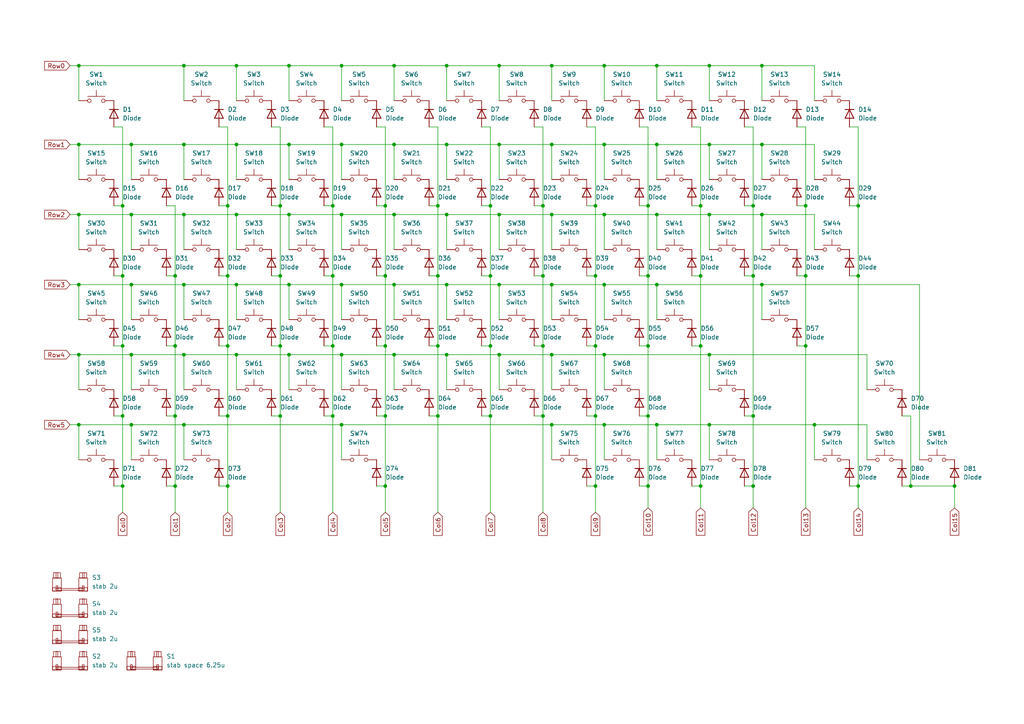
<source format=kicad_sch>
(kicad_sch (version 20231120) (generator "eeschema") (generator_version "8.0")
  (paper "A4")
  (junction (at 99.06 62.23))
  (junction (at 99.06 123.19))
  (junction (at 35.56 59.69))
  (junction (at 203.2 140.97))
  (junction (at 127 100.33))
  (junction (at 83.82 102.87))
  (junction (at 96.52 80.01))
  (junction (at 172.72 80.01))
  (junction (at 248.92 59.69))
  (junction (at 144.78 19.05))
  (junction (at -20.32 72.39))
  (junction (at 248.92 80.01))
  (junction (at 66.04 80.01))
  (junction (at -222.25 66.04))
  (junction (at 111.76 100.33))
  (junction (at -20.32 62.23))
  (junction (at 205.74 19.05))
  (junction (at 187.96 120.65))
  (junction (at -209.55 88.9))
  (junction (at 22.86 102.87))
  (junction (at 81.28 80.01))
  (junction (at -201.93 119.38))
  (junction (at 127 59.69))
  (junction (at 220.98 82.55))
  (junction (at -105.41 33.02))
  (junction (at 22.86 19.05))
  (junction (at 144.78 41.91))
  (junction (at -137.16 114.3))
  (junction (at 220.98 41.91))
  (junction (at -217.17 107.95))
  (junction (at 175.26 82.55))
  (junction (at 160.02 62.23))
  (junction (at 50.8 120.65))
  (junction (at 81.28 59.69))
  (junction (at 142.24 100.33))
  (junction (at 96.52 100.33))
  (junction (at 205.74 123.19))
  (junction (at 99.06 82.55))
  (junction (at 53.34 62.23))
  (junction (at 127 120.65))
  (junction (at 53.34 123.19))
  (junction (at -104.14 38.1))
  (junction (at 99.06 19.05))
  (junction (at 22.86 123.19))
  (junction (at 220.98 62.23))
  (junction (at 276.86 140.97))
  (junction (at 129.54 19.05))
  (junction (at 68.58 19.05))
  (junction (at 205.74 102.87))
  (junction (at 187.96 140.97))
  (junction (at 160.02 41.91))
  (junction (at 129.54 82.55))
  (junction (at 53.34 82.55))
  (junction (at 218.44 59.69))
  (junction (at 81.28 100.33))
  (junction (at 38.1 41.91))
  (junction (at 172.72 140.97))
  (junction (at 157.48 120.65))
  (junction (at 68.58 82.55))
  (junction (at 68.58 41.91))
  (junction (at 111.76 140.97))
  (junction (at 22.86 82.55))
  (junction (at 190.5 82.55))
  (junction (at 127 80.01))
  (junction (at 157.48 100.33))
  (junction (at 172.72 100.33))
  (junction (at 175.26 19.05))
  (junction (at -201.93 111.76))
  (junction (at 160.02 19.05))
  (junction (at 22.86 62.23))
  (junction (at 172.72 120.65))
  (junction (at 190.5 41.91))
  (junction (at 111.76 120.65))
  (junction (at 114.3 19.05))
  (junction (at 187.96 59.69))
  (junction (at -222.25 82.55))
  (junction (at -203.2 93.98))
  (junction (at 175.26 102.87))
  (junction (at 187.96 100.33))
  (junction (at 144.78 102.87))
  (junction (at 99.06 41.91))
  (junction (at 53.34 41.91))
  (junction (at 66.04 100.33))
  (junction (at 111.76 59.69))
  (junction (at 111.76 80.01))
  (junction (at 22.86 41.91))
  (junction (at 144.78 62.23))
  (junction (at 157.48 59.69))
  (junction (at 203.2 100.33))
  (junction (at 50.8 140.97))
  (junction (at -20.32 52.07))
  (junction (at 220.98 19.05))
  (junction (at -73.66 187.96))
  (junction (at 142.24 120.65))
  (junction (at 160.02 102.87))
  (junction (at 160.02 82.55))
  (junction (at 175.26 62.23))
  (junction (at 175.26 41.91))
  (junction (at 248.92 140.97))
  (junction (at 218.44 80.01))
  (junction (at -217.17 93.98))
  (junction (at 38.1 123.19))
  (junction (at 190.5 123.19))
  (junction (at 35.56 80.01))
  (junction (at 129.54 102.87))
  (junction (at -120.65 30.48))
  (junction (at 38.1 62.23))
  (junction (at 114.3 82.55))
  (junction (at -20.32 41.91))
  (junction (at 233.68 80.01))
  (junction (at 142.24 59.69))
  (junction (at 205.74 41.91))
  (junction (at -20.32 31.75))
  (junction (at -107.95 27.94))
  (junction (at 35.56 100.33))
  (junction (at 129.54 41.91))
  (junction (at 144.78 82.55))
  (junction (at 218.44 140.97))
  (junction (at 53.34 19.05))
  (junction (at 190.5 62.23))
  (junction (at 83.82 19.05))
  (junction (at 114.3 62.23))
  (junction (at 218.44 120.65))
  (junction (at 66.04 140.97))
  (junction (at 129.54 62.23))
  (junction (at 35.56 120.65))
  (junction (at 157.48 80.01))
  (junction (at 96.52 120.65))
  (junction (at -193.04 66.04))
  (junction (at -106.68 30.48))
  (junction (at 35.56 140.97))
  (junction (at 83.82 82.55))
  (junction (at 53.34 102.87))
  (junction (at 233.68 59.69))
  (junction (at 68.58 102.87))
  (junction (at 50.8 100.33))
  (junction (at 114.3 41.91))
  (junction (at 66.04 120.65))
  (junction (at 38.1 102.87))
  (junction (at 172.72 59.69))
  (junction (at 81.28 120.65))
  (junction (at 83.82 62.23))
  (junction (at -62.23 22.86))
  (junction (at 187.96 80.01))
  (junction (at 203.2 80.01))
  (junction (at 99.06 102.87))
  (junction (at 50.8 80.01))
  (junction (at 68.58 62.23))
  (junction (at 233.68 100.33))
  (junction (at -217.17 82.55))
  (junction (at -137.16 121.92))
  (junction (at 142.24 80.01))
  (junction (at 96.52 59.69))
  (junction (at 264.16 140.97))
  (junction (at 66.04 59.69))
  (junction (at 38.1 82.55))
  (junction (at 190.5 19.05))
  (junction (at -186.69 111.76))
  (junction (at 236.22 123.19))
  (junction (at 160.02 123.19))
  (junction (at 205.74 62.23))
  (junction (at 203.2 59.69))
  (junction (at 83.82 41.91))
  (junction (at 175.26 123.19))
  (junction (at 114.3 102.87))
  (wire (pts (xy 22.86 82.55) (xy 38.1 82.55)))
  (wire (pts (xy 38.1 82.55) (xy 53.34 82.55)))
  (wire (pts (xy 248.92 36.83) (xy 248.92 59.69)))
  (wire (pts (xy 38.1 123.19) (xy 53.34 123.19)))
  (wire (pts (xy -165.1 156.21) (xy -165.1 160.7318)))
  (wire (pts (xy -115.57 17.78) (xy -115.57 21.59)))
  (wire (pts (xy 203.2 80.01) (xy 203.2 100.33)))
  (wire (pts (xy -137.16 63.5) (xy -140.97 63.5)))
  (wire (pts (xy 78.74 80.01) (xy 81.28 80.01)))
  (wire (pts (xy 48.26 59.69) (xy 50.8 59.69)))
  (wire (pts (xy -137.16 121.92) (xy -137.16 114.3)))
  (wire (pts (xy 35.56 36.83) (xy 35.56 59.69)))
  (wire (pts (xy 50.8 100.33) (xy 50.8 120.65)))
  (wire (pts (xy 144.78 19.05) (xy 144.78 29.21)))
  (wire (pts (xy 38.1 82.55) (xy 38.1 92.71)))
  (wire (pts (xy 170.18 120.65) (xy 172.72 120.65)))
  (wire (pts (xy 129.54 102.87) (xy 129.54 113.03)))
  (wire (pts (xy 144.78 102.87) (xy 160.02 102.87)))
  (wire (pts (xy 114.3 19.05) (xy 114.3 29.21)))
  (wire (pts (xy 276.86 140.97) (xy 276.86 147.32)))
  (wire (pts (xy -54.61 22.86) (xy -54.61 21.59)))
  (wire (pts (xy 124.46 36.83) (xy 127 36.83)))
  (wire (pts (xy -57.15 33.02) (xy -62.23 33.02)))
  (wire (pts (xy 160.02 41.91) (xy 175.26 41.91)))
  (wire (pts (xy -39.37 180.34) (xy -20.32 180.34)))
  (wire (pts (xy -203.2 66.04) (xy -209.55 66.04)))
  (wire (pts (xy 231.14 100.33) (xy 233.68 100.33)))
  (wire (pts (xy -222.25 66.04) (xy -217.17 66.04)))
  (wire (pts (xy -222.25 82.55) (xy -217.17 82.55)))
  (wire (pts (xy 53.34 102.87) (xy 68.58 102.87)))
  (wire (pts (xy -120.65 30.48) (xy -106.68 30.48)))
  (wire (pts (xy 264.16 140.97) (xy 276.86 140.97)))
  (wire (pts (xy -57.15 93.98) (xy -62.23 93.98)))
  (wire (pts (xy -201.93 111.76) (xy -186.69 111.76)))
  (wire (pts (xy 190.5 82.55) (xy 220.98 82.55)))
  (wire (pts (xy -182.88 54.61) (xy -222.25 54.61)))
  (wire (pts (xy 81.28 80.01) (xy 81.28 100.33)))
  (wire (pts (xy 220.98 19.05) (xy 220.98 29.21)))
  (wire (pts (xy 83.82 19.05) (xy 83.82 29.21)))
  (wire (pts (xy 205.74 123.19) (xy 236.22 123.19)))
  (wire (pts (xy -194.31 93.98) (xy -194.31 88.9)))
  (wire (pts (xy 218.44 36.83) (xy 218.44 59.69)))
  (wire (pts (xy 129.54 82.55) (xy 129.54 92.71)))
  (wire (pts (xy 99.06 123.19) (xy 99.06 133.35)))
  (wire (pts (xy 139.7 59.69) (xy 142.24 59.69)))
  (wire (pts (xy 175.26 62.23) (xy 175.26 72.39)))
  (wire (pts (xy 246.38 140.97) (xy 248.92 140.97)))
  (wire (pts (xy 127 59.69) (xy 127 80.01)))
  (wire (pts (xy 175.26 102.87) (xy 175.26 113.03)))
  (wire (pts (xy -35.56 182.88) (xy -39.37 182.88)))
  (wire (pts (xy -123.19 137.16) (xy -123.19 135.89)))
  (wire (pts (xy 205.74 62.23) (xy 220.98 62.23)))
  (wire (pts (xy 190.5 123.19) (xy 190.5 133.35)))
  (wire (pts (xy 215.9 140.97) (xy 218.44 140.97)))
  (wire (pts (xy 205.74 102.87) (xy 251.46 102.87)))
  (wire (pts (xy 175.26 82.55) (xy 190.5 82.55)))
  (wire (pts (xy 109.22 80.01) (xy 111.76 80.01)))
  (wire (pts (xy 190.5 19.05) (xy 205.74 19.05)))
  (wire (pts (xy 96.52 120.65) (xy 96.52 148.59)))
  (wire (pts (xy 205.74 102.87) (xy 205.74 113.03)))
  (wire (pts (xy -214.63 85.09) (xy -173.99 85.09)))
  (wire (pts (xy -203.2 97.79) (xy -203.2 93.98)))
  (wire (pts (xy -140.97 76.2) (xy -140.97 73.66)))
  (wire (pts (xy 203.2 59.69) (xy 203.2 80.01)))
  (wire (pts (xy -95.25 172.72) (xy -69.85 172.72)))
  (wire (pts (xy 20.32 82.55) (xy 22.86 82.55)))
  (wire (pts (xy 139.7 120.65) (xy 142.24 120.65)))
  (wire (pts (xy 172.72 100.33) (xy 172.72 120.65)))
  (wire (pts (xy 35.56 120.65) (xy 35.56 140.97)))
  (wire (pts (xy -102.87 64.77) (xy -102.87 86.36)))
  (wire (pts (xy 20.32 62.23) (xy 22.86 62.23)))
  (wire (pts (xy -140.97 63.5) (xy -140.97 66.04)))
  (wire (pts (xy 142.24 80.01) (xy 142.24 100.33)))
  (wire (pts (xy 114.3 19.05) (xy 129.54 19.05)))
  (wire (pts (xy -20.32 41.91) (xy -20.32 52.07)))
  (wire (pts (xy 248.92 59.69) (xy 248.92 80.01)))
  (wire (pts (xy 127 36.83) (xy 127 59.69)))
  (wire (pts (xy -54.61 73.66) (xy -54.61 72.39)))
  (wire (pts (xy 154.94 59.69) (xy 157.48 59.69)))
  (wire (pts (xy 220.98 62.23) (xy 220.98 72.39)))
  (wire (pts (xy 53.34 41.91) (xy 53.34 52.07)))
  (wire (pts (xy -97.79 27.94) (xy -107.95 27.94)))
  (wire (pts (xy 78.74 59.69) (xy 81.28 59.69)))
  (wire (pts (xy 233.68 80.01) (xy 233.68 100.33)))
  (wire (pts (xy 129.54 62.23) (xy 129.54 72.39)))
  (wire (pts (xy -101.6 190.5) (xy -69.85 190.5)))
  (wire (pts (xy 63.5 80.01) (xy 66.04 80.01)))
  (wire (pts (xy -107.95 17.78) (xy -107.95 27.94)))
  (wire (pts (xy 187.96 59.69) (xy 187.96 80.01)))
  (wire (pts (xy -142.24 87.63) (xy -147.32 87.63)))
  (wire (pts (xy -160.02 160.7596) (xy -160.7564 160.7596)))
  (wire (pts (xy -168.8612 158.75) (xy -177.8 158.75)))
  (wire (pts (xy -62.23 48.26) (xy -59.69 48.26)))
  (wire (pts (xy 203.2 36.83) (xy 203.2 59.69)))
  (wire (pts (xy 124.46 120.65) (xy 127 120.65)))
  (wire (pts (xy -59.69 64.77) (xy -102.87 64.77)))
  (wire (pts (xy -8.89 62.23) (xy -11.43 62.23)))
  (wire (pts (xy 127 100.33) (xy 127 120.65)))
  (wire (pts (xy 129.54 82.55) (xy 144.78 82.55)))
  (wire (pts (xy -57.15 27.94) (xy -62.23 27.94)))
  (wire (pts (xy 261.62 120.65) (xy 264.16 120.65)))
  (wire (pts (xy -186.69 111.76) (xy -167.64 111.76)))
  (wire (pts (xy 53.34 41.91) (xy 68.58 41.91)))
  (wire (pts (xy 93.98 59.69) (xy 96.52 59.69)))
  (wire (pts (xy -20.32 52.07) (xy -20.32 62.23)))
  (wire (pts (xy 53.34 82.55) (xy 53.34 92.71)))
  (wire (pts (xy 63.5 140.97) (xy 66.04 140.97)))
  (wire (pts (xy 22.86 41.91) (xy 22.86 52.07)))
  (wire (pts (xy 144.78 82.55) (xy 144.78 92.71)))
  (wire (pts (xy 220.98 19.05) (xy 236.22 19.05)))
  (wire (pts (xy 20.32 19.05) (xy 22.86 19.05)))
  (wire (pts (xy -107.95 78.74) (xy -97.79 78.74)))
  (wire (pts (xy 83.82 102.87) (xy 83.82 113.03)))
  (wire (pts (xy 83.82 41.91) (xy 83.82 52.07)))
  (wire (pts (xy -120.65 16.51) (xy -120.65 30.48)))
  (wire (pts (xy 264.16 120.65) (xy 264.16 140.97)))
  (wire (pts (xy 81.28 36.83) (xy 81.28 59.69)))
  (wire (pts (xy -19.05 72.39) (xy -20.32 72.39)))
  (wire (pts (xy 218.44 120.65) (xy 218.44 140.97)))
  (wire (pts (xy 185.42 36.83) (xy 187.96 36.83)))
  (wire (pts (xy 96.52 100.33) (xy 96.52 120.65)))
  (wire (pts (xy 99.06 82.55) (xy 114.3 82.55)))
  (wire (pts (xy 172.72 80.01) (xy 172.72 100.33)))
  (wire (pts (xy 233.68 59.69) (xy 233.68 80.01)))
  (wire (pts (xy 50.8 120.65) (xy 50.8 140.97)))
  (wire (pts (xy -194.31 88.9) (xy -209.55 88.9)))
  (wire (pts (xy 144.78 41.91) (xy 160.02 41.91)))
  (wire (pts (xy -201.93 93.98) (xy -203.2 93.98)))
  (wire (pts (xy 236.22 62.23) (xy 236.22 72.39)))
  (wire (pts (xy 81.28 100.33) (xy 81.28 120.65)))
  (wire (pts (xy 114.3 62.23) (xy 129.54 62.23)))
  (wire (pts (xy 124.46 100.33) (xy 127 100.33)))
  (wire (pts (xy 33.02 36.83) (xy 35.56 36.83)))
  (wire (pts (xy 144.78 62.23) (xy 160.02 62.23)))
  (wire (pts (xy 109.22 140.97) (xy 111.76 140.97)))
  (wire (pts (xy 114.3 82.55) (xy 129.54 82.55)))
  (wire (pts (xy 236.22 123.19) (xy 236.22 133.35)))
  (wire (pts (xy -182.88 66.04) (xy -182.88 54.61)))
  (wire (pts (xy -106.68 81.28) (xy -97.79 81.28)))
  (wire (pts (xy 68.58 19.05) (xy 68.58 29.21)))
  (wire (pts (xy -222.25 85.09) (xy -222.25 82.55)))
  (wire (pts (xy 215.9 120.65) (xy 218.44 120.65)))
  (wire (pts (xy 175.26 123.19) (xy 190.5 123.19)))
  (wire (pts (xy 83.82 62.23) (xy 99.06 62.23)))
  (wire (pts (xy 68.58 102.87) (xy 68.58 113.03)))
  (wire (pts (xy 144.78 62.23) (xy 144.78 72.39)))
  (wire (pts (xy -105.41 33.02) (xy -97.79 33.02)))
  (wire (pts (xy 63.5 59.69) (xy 66.04 59.69)))
  (wire (pts (xy 144.78 41.91) (xy 144.78 52.07)))
  (wire (pts (xy 96.52 59.69) (xy 96.52 80.01)))
  (wire (pts (xy -139.7 38.1) (xy -104.14 38.1)))
  (wire (pts (xy 172.72 36.83) (xy 172.72 59.69)))
  (wire (pts (xy 236.22 41.91) (xy 236.22 52.07)))
  (wire (pts (xy 109.22 36.83) (xy 111.76 36.83)))
  (wire (pts (xy 68.58 102.87) (xy 83.82 102.87)))
  (wire (pts (xy 109.22 120.65) (xy 111.76 120.65)))
  (wire (pts (xy -39.37 170.18) (xy -35.56 170.18)))
  (wire (pts (xy -123.19 27.94) (xy -107.95 27.94)))
  (wire (pts (xy 175.26 102.87) (xy 205.74 102.87)))
  (wire (pts (xy 157.48 120.65) (xy 157.48 148.59)))
  (wire (pts (xy 53.34 19.05) (xy 53.34 29.21)))
  (wire (pts (xy 175.26 41.91) (xy 190.5 41.91)))
  (wire (pts (xy 22.86 62.23) (xy 22.86 72.39)))
  (wire (pts (xy 83.82 82.55) (xy 83.82 92.71)))
  (wire (pts (xy -95.25 167.64) (xy -86.36 167.64)))
  (wire (pts (xy 33.02 140.97) (xy 35.56 140.97)))
  (wire (pts (xy 111.76 36.83) (xy 111.76 59.69)))
  (wire (pts (xy 266.7 82.55) (xy 220.98 82.55)))
  (wire (pts (xy 99.06 62.23) (xy 114.3 62.23)))
  (wire (pts (xy 83.82 62.23) (xy 83.82 72.39)))
  (wire (pts (xy 83.82 41.91) (xy 99.06 41.91)))
  (wire (pts (xy 175.26 123.19) (xy 175.26 133.35)))
  (wire (pts (xy 233.68 36.83) (xy 233.68 59.69)))
  (wire (pts (xy 93.98 100.33) (xy 96.52 100.33)))
  (wire (pts (xy 38.1 62.23) (xy 38.1 72.39)))
  (wire (pts (xy 66.04 80.01) (xy 66.04 100.33)))
  (wire (pts (xy 154.94 80.01) (xy 157.48 80.01)))
  (wire (pts (xy 185.42 140.97) (xy 187.96 140.97)))
  (wire (pts (xy 68.58 41.91) (xy 68.58 52.07)))
  (wire (pts (xy -167.64 160.7318) (xy -166.8389 160.7318)))
  (wire (pts (xy 185.42 100.33) (xy 187.96 100.33)))
  (wire (pts (xy 251.46 123.19) (xy 251.46 133.35)))
  (wire (pts (xy 236.22 19.05) (xy 236.22 29.21)))
  (wire (pts (xy -137.16 124.46) (xy -137.16 121.92)))
  (wire (pts (xy 68.58 62.23) (xy 68.58 72.39)))
  (wire (pts (xy -72.39 185.42) (xy -69.85 185.42)))
  (wire (pts (xy -204.47 82.55) (xy -204.47 83.82)))
  (wire (pts (xy -123.19 135.89) (xy -132.08 135.89)))
  (wire (pts (xy 139.7 100.33) (xy 142.24 100.33)))
  (wire (pts (xy 66.04 36.83) (xy 66.04 59.69)))
  (wire (pts (xy -193.04 66.04) (xy -195.58 66.04)))
  (wire (pts (xy -57.15 91.44) (xy -62.23 91.44)))
  (wire (pts (xy 236.22 123.19) (xy 251.46 123.19)))
  (wire (pts (xy -57.15 96.52) (xy -62.23 96.52)))
  (wire (pts (xy 172.72 140.97) (xy 172.72 148.59)))
  (wire (pts (xy 190.5 62.23) (xy 205.74 62.23)))
  (wire (pts (xy -74.93 193.04) (xy -69.85 193.04)))
  (wire (pts (xy 142.24 36.83) (xy 142.24 59.69)))
  (wire (pts (xy -62.23 106.68) (xy -54.61 106.68)))
  (wire (pts (xy -173.99 97.79) (xy -203.2 97.79)))
  (wire (pts (xy 248.92 80.01) (xy 248.92 140.97)))
  (wire (pts (xy 35.56 100.33) (xy 35.56 120.65)))
  (wire (pts (xy -19.05 20.32) (xy -20.32 20.32)))
  (wire (pts (xy 160.02 102.87) (xy 175.26 102.87)))
  (wire (pts (xy -95.25 175.26) (xy -95.25 184.15)))
  (wire (pts (xy -106.68 30.48) (xy -106.68 81.28)))
  (wire (pts (xy 175.26 19.05) (xy 175.26 29.21)))
  (wire (pts (xy -139.7 33.02) (xy -105.41 33.02)))
  (wire (pts (xy 160.02 102.87) (xy 160.02 113.03)))
  (wire (pts (xy -133.35 114.3) (xy -137.16 114.3)))
  (wire (pts (xy -104.14 38.1) (xy -104.14 88.9)))
  (wire (pts (xy -35.56 185.42) (xy -39.37 185.42)))
  (wire (pts (xy 205.74 123.19) (xy 205.74 133.35)))
  (wire (pts (xy 129.54 41.91) (xy 144.78 41.91)))
  (wire (pts (xy 114.3 41.91) (xy 114.3 52.07)))
  (wire (pts (xy 35.56 80.01) (xy 35.56 100.33)))
  (wire (pts (xy 66.04 140.97) (xy 66.04 148.59)))
  (wire (pts (xy 160.02 62.23) (xy 175.26 62.23)))
  (wire (pts (xy -209.55 90.17) (xy -209.55 88.9)))
  (wire (pts (xy 220.98 62.23) (xy 236.22 62.23)))
  (wire (pts (xy -222.25 82.55) (xy -222.25 66.04)))
  (wire (pts (xy -139.7 35.56) (xy -97.79 35.56)))
  (wire (pts (xy -20.32 31.75) (xy -20.32 41.91)))
  (wire (pts (xy 63.5 36.83) (xy 66.04 36.83)))
  (wire (pts (xy 157.48 100.33) (xy 157.48 120.65)))
  (wire (pts (xy 111.76 100.33) (xy 111.76 120.65)))
  (wire (pts (xy -74.93 187.96) (xy -73.66 187.96)))
  (wire (pts (xy 170.18 140.97) (xy 172.72 140.97)))
  (wire (pts (xy -35.56 187.96) (xy -39.37 187.96)))
  (wire (pts (xy 187.96 100.33) (xy 187.96 120.65)))
  (wire (pts (xy 68.58 82.55) (xy 68.58 92.71)))
  (wire (pts (xy 22.86 62.23) (xy 38.1 62.23)))
  (wire (pts (xy -62.23 73.66) (xy -54.61 73.66)))
  (wire (pts (xy 142.24 100.33) (xy 142.24 120.65)))
  (wire (pts (xy 129.54 102.87) (xy 144.78 102.87)))
  (wire (pts (xy 157.48 80.01) (xy 157.48 100.33)))
  (wire (pts (xy -57.15 38.1) (xy -62.23 38.1)))
  (wire (pts (xy 111.76 80.01) (xy 111.76 100.33)))
  (wire (pts (xy -54.61 106.68) (xy -54.61 109.22)))
  (wire (pts (xy 160.02 19.05) (xy 160.02 29.21)))
  (wire (pts (xy 157.48 36.83) (xy 157.48 59.69)))
  (wire (pts (xy 200.66 140.97) (xy 203.2 140.97)))
  (wire (pts (xy 53.34 62.23) (xy 68.58 62.23)))
  (wire (pts (xy 22.86 82.55) (xy 22.86 92.71)))
  (wire (pts (xy 246.38 80.01) (xy 248.92 80.01)))
  (wire (pts (xy 22.86 123.19) (xy 38.1 123.19)))
  (wire (pts (xy -35.56 177.8) (xy -39.37 177.8)))
  (wire (pts (xy 190.5 41.91) (xy 190.5 52.07)))
  (wire (pts (xy -201.93 111.76) (xy -204.47 111.76)))
  (wire (pts (xy 129.54 19.05) (xy 144.78 19.05)))
  (wire (pts (xy 205.74 19.05) (xy 220.98 19.05)))
  (wire (pts (xy -208.28 104.14) (xy -208.28 90.17)))
  (wire (pts (xy 50.8 140.97) (xy 50.8 148.59)))
  (wire (pts (xy 160.02 62.23) (xy 160.02 72.39)))
  (wire (pts (xy 114.3 102.87) (xy 114.3 113.03)))
  (wire (pts (xy -214.63 82.55) (xy -214.63 85.09)))
  (wire (pts (xy 205.74 41.91) (xy 220.98 41.91)))
  (wire (pts (xy 96.52 36.83) (xy 96.52 59.69)))
  (wire (pts (xy -162.56 156.21) (xy -162.56 160.7375)))
  (wire (pts (xy 38.1 102.87) (xy 38.1 113.03)))
  (wire (pts (xy -62.23 22.86) (xy -62.23 16.51)))
  (wire (pts (xy -95.25 170.18) (xy -69.85 170.18)))
  (wire (pts (xy -62.23 16.51) (xy -120.65 16.51)))
  (wire (pts (xy 170.18 59.69) (xy 172.72 59.69)))
  (wire (pts (xy 50.8 80.01) (xy 50.8 100.33)))
  (wire (pts (xy -19.05 52.07) (xy -20.32 52.07)))
  (wire (pts (xy 63.5 120.65) (xy 66.04 120.65)))
  (wire (pts (xy -97.79 30.48) (xy -106.68 30.48)))
  (wire (pts (xy -19.05 62.23) (xy -20.32 62.23)))
  (wire (pts (xy 231.14 80.01) (xy 233.68 80.01)))
  (wire (pts (xy 38.1 62.23) (xy 53.34 62.23)))
  (wire (pts (xy 66.04 120.65) (xy 66.04 140.97)))
  (wire (pts (xy -62.23 22.86) (xy -54.61 22.86)))
  (wire (pts (xy 22.86 102.87) (xy 38.1 102.87)))
  (wire (pts (xy 175.26 41.91) (xy 175.26 52.07)))
  (wire (pts (xy 99.06 102.87) (xy 114.3 102.87)))
  (wire (pts (xy -107.95 27.94) (xy -107.95 78.74)))
  (wire (pts (xy 203.2 100.33) (xy 203.2 140.97)))
  (wire (pts (xy 231.14 59.69) (xy 233.68 59.69)))
  (wire (pts (xy -57.15 83.82) (xy -62.23 83.82)))
  (wire (pts (xy 93.98 36.83) (xy 96.52 36.83)))
  (wire (pts (xy -104.14 88.9) (xy -97.79 88.9)))
  (wire (pts (xy 53.34 62.23) (xy 53.34 72.39)))
  (wire (pts (xy 160.02 123.19) (xy 175.26 123.19)))
  (wire (pts (xy 33.02 59.69) (xy 35.56 59.69)))
  (wire (pts (xy -165.1 160.7318) (xy -164.651 160.7318)))
  (wire (pts (xy 20.32 41.91) (xy 22.86 41.91)))
  (wire (pts (xy 218.44 140.97) (xy 218.44 147.32)))
  (wire (pts (xy 48.26 100.33) (xy 50.8 100.33)))
  (wire (pts (xy 50.8 59.69) (xy 50.8 80.01)))
  (wire (pts (xy 33.02 80.01) (xy 35.56 80.01)))
  (wire (pts (xy 38.1 102.87) (xy 53.34 102.87)))
  (wire (pts (xy 160.02 82.55) (xy 160.02 92.71)))
  (wire (pts (xy -162.56 160.7375) (xy -162.7013 160.7375)))
  (wire (pts (xy -168.8612 160.6987) (xy -168.8612 158.75)))
  (wire (pts (xy 93.98 80.01) (xy 96.52 80.01)))
  (wire (pts (xy 185.42 59.69) (xy 187.96 59.69)))
  (wire (pts (xy 154.94 120.65) (xy 157.48 120.65)))
  (wire (pts (xy -222.25 54.61) (xy -222.25 66.04)))
  (wire (pts (xy -19.05 31.75) (xy -20.32 31.75)))
  (wire (pts (xy -107.95 17.78) (xy -115.57 17.78)))
  (wire (pts (xy -73.66 185.42) (xy -73.66 187.96)))
  (wire (pts (xy 109.22 100.33) (xy 111.76 100.33)))
  (wire (pts (xy -95.25 187.96) (xy -95.25 185.42)))
  (wire (pts (xy -8.89 52.07) (xy -11.43 52.07)))
  (wire (pts (xy -203.2 93.98) (xy -209.55 93.98)))
  (wire (pts (xy -132.08 144.78) (xy -133.35 144.78)))
  (wire (pts (xy -105.41 83.82) (xy -97.79 83.82)))
  (wire (pts (xy 129.54 62.23) (xy 144.78 62.23)))
  (wire (pts (xy 124.46 80.01) (xy 127 80.01)))
  (wire (pts (xy 33.02 120.65) (xy 35.56 120.65)))
  (wire (pts (xy 78.74 36.83) (xy 81.28 36.83)))
  (wire (pts (xy -19.05 41.91) (xy -20.32 41.91)))
  (wire (pts (xy 111.76 140.97) (xy 111.76 148.59)))
  (wire (pts (xy 218.44 80.01) (xy 218.44 120.65)))
  (wire (pts (xy 251.46 102.87) (xy 251.46 113.03)))
  (wire (pts (xy -20.32 72.39) (xy -20.32 78.74)))
  (wire (pts (xy 68.58 62.23) (xy 83.82 62.23)))
  (wire (pts (xy 248.92 140.97) (xy 248.92 147.32)))
  (wire (pts (xy -201.93 119.38) (xy -186.69 119.38)))
  (wire (pts (xy 129.54 19.05) (xy 129.54 29.21)))
  (wire (pts (xy 99.06 19.05) (xy 99.06 29.21)))
  (wire (pts (xy -57.15 78.74) (xy -62.23 78.74)))
  (wire (pts (xy 160.02 19.05) (xy 175.26 19.05)))
  (wire (pts (xy 144.78 102.87) (xy 144.78 113.03)))
  (wire (pts (xy 190.5 41.91) (xy 205.74 41.91)))
  (wire (pts (xy 83.82 82.55) (xy 99.06 82.55)))
  (wire (pts (xy 215.9 80.01) (xy 218.44 80.01)))
  (wire (pts (xy 185.42 80.01) (xy 187.96 80.01)))
  (wire (pts (xy -73.66 187.96) (xy -69.85 187.96)))
  (wire (pts (xy 81.28 59.69) (xy 81.28 80.01)))
  (wire (pts (xy -57.15 40.64) (xy -62.23 40.64)))
  (wire (pts (xy 68.58 41.91) (xy 83.82 41.91)))
  (wire (pts (xy -86.36 167.64) (xy -86.36 175.26)))
  (wire (pts (xy 190.5 19.05) (xy 190.5 29.21)))
  (wire (pts (xy 48.26 80.01) (xy 50.8 80.01)))
  (wire (pts (xy -209.55 88.9) (xy -209.55 82.55)))
  (wire (pts (xy 33.02 100.33) (xy 35.56 100.33)))
  (wire (pts (xy -57.15 45.72) (xy -62.23 45.72)))
  (wire (pts (xy 81.28 120.65) (xy 81.28 148.59)))
  (wire (pts (xy 35.56 140.97) (xy 35.56 148.59)))
  (wire (pts (xy 53.34 19.05) (xy 68.58 19.05)))
  (wire (pts (xy 246.38 59.69) (xy 248.92 59.69)))
  (wire (pts (xy 220.98 41.91) (xy 220.98 52.07)))
  (wire (pts (xy -57.15 81.28) (xy -62.23 81.28)))
  (wire (pts (xy -167.64 156.21) (xy -167.64 160.7318)))
  (wire (pts (xy 187.96 120.65) (xy 187.96 140.97)))
  (wire (pts (xy 53.34 82.55) (xy 68.58 82.55)))
  (wire (pts (xy 220.98 41.91) (xy 236.22 41.91)))
  (wire (pts (xy 99.06 62.23) (xy 99.06 72.39)))
  (wire (pts (xy -54.61 57.15) (xy -54.61 55.88)))
  (wire (pts (xy 175.26 62.23) (xy 190.5 62.23)))
  (wire (pts (xy 157.48 59.69) (xy 157.48 80.01)))
  (wire (pts (xy 83.82 19.05) (xy 99.06 19.05)))
  (wire (pts (xy 170.18 80.01) (xy 172.72 80.01)))
  (wire (pts (xy -160.02 82.55) (xy -160.02 85.09)))
  (wire (pts (xy 215.9 59.69) (xy 218.44 59.69)))
  (wire (pts (xy 200.66 100.33) (xy 203.2 100.33)))
  (wire (pts (xy 142.24 120.65) (xy 142.24 148.59)))
  (wire (pts (xy -102.87 86.36) (xy -97.79 86.36)))
  (wire (pts (xy -212.09 82.55) (xy -212.09 83.82)))
  (wire (pts (xy 20.32 102.87) (xy 22.86 102.87)))
  (wire (pts (xy 48.26 120.65) (xy 50.8 120.65)))
  (wire (pts (xy -104.14 38.1) (xy -97.79 38.1)))
  (wire (pts (xy 22.86 123.19) (xy 22.86 133.35)))
  (wire (pts (xy 22.86 19.05) (xy 53.34 19.05)))
  (wire (pts (xy 124.46 59.69) (xy 127 59.69)))
  (wire (pts (xy 190.5 62.23) (xy 190.5 72.39)))
  (wire (pts (xy 68.58 82.55) (xy 83.82 82.55)))
  (wire (pts (xy 175.26 19.05) (xy 190.5 19.05)))
  (wire (pts (xy 218.44 59.69) (xy 218.44 80.01)))
  (wire (pts (xy 233.68 100.33) (xy 233.68 147.32)))
  (wire (pts (xy -217.17 82.55) (xy -217.17 93.98)))
  (wire (pts (xy 139.7 36.83) (xy 142.24 36.83)))
  (wire (pts (xy 185.42 120.65) (xy 187.96 120.65)))
  (wire (pts (xy 96.52 80.01) (xy 96.52 100.33)))
  (wire (pts (xy 172.72 120.65) (xy 172.72 140.97)))
  (wire (pts (xy 261.62 140.97) (xy 264.16 140.97)))
  (wire (pts (xy -123.19 30.48) (xy -120.65 30.48)))
  (wire (pts (xy 93.98 120.65) (xy 96.52 120.65)))
  (wire (pts (xy 172.72 59.69) (xy 172.72 80.01)))
  (wire (pts (xy 99.06 123.19) (xy 160.02 123.19)))
  (wire (pts (xy -8.89 72.39) (xy -11.43 72.39)))
  (wire (pts (xy 187.96 36.83) (xy 187.96 59.69)))
  (wire (pts (xy 22.86 41.91) (xy 38.1 41.91)))
  (wire (pts (xy 78.74 100.33) (xy 81.28 100.33)))
  (wire (pts (xy -72.39 184.15) (xy -72.39 185.42)))
  (wire (pts (xy 160.02 82.55) (xy 175.26 82.55)))
  (wire (pts (xy -8.89 41.91) (xy -11.43 41.91)))
  (wire (pts (xy 99.06 19.05) (xy 114.3 19.05)))
  (wire (pts (xy -204.47 82.55) (xy -160.02 82.55)))
  (wire (pts (xy -74.93 180.34) (xy -69.85 180.34)))
  (wire (pts (xy 160.02 41.91) (xy 160.02 52.07)))
  (wire (pts (xy -8.89 20.32) (xy -11.43 20.32)))
  (wire (pts (xy -95.25 185.42) (xy -73.66 185.42)))
  (wire (pts (xy -157.48 156.21) (xy -157.48 168.91)))
  (wire (pts (xy 142.24 59.69) (xy 142.24 80.01)))
  (wire (pts (xy 66.04 59.69) (xy 66.04 80.01)))
  (wire (pts (xy 200.66 59.69) (xy 203.2 59.69)))
  (wire (pts (xy 99.06 41.91) (xy 114.3 41.91)))
  (wire (pts (xy 35.56 59.69) (xy 35.56 80.01)))
  (wire (pts (xy 66.04 100.33) (xy 66.04 120.65)))
  (wire (pts (xy 187.96 140.97) (xy 187.96 147.32)))
  (wire (pts (xy -133.35 144.78) (xy -133.35 133.35)))
  (wire (pts (xy -20.32 62.23) (xy -20.32 72.39)))
  (wire (pts (xy 127 120.65) (xy 127 148.59)))
  (wire (pts (xy -137.16 76.2) (xy -140.97 76.2)))
  (wire (pts (xy 139.7 80.01) (xy 142.24 80.01)))
  (wire (pts (xy -170.9166 160.6987) (xy -171.45 160.6987)))
  (wire (pts (xy 20.32 123.19) (xy 22.86 123.19)))
  (wire (pts (xy -217.17 107.95) (xy -217.17 119.38)))
  (wire (pts (xy -57.15 86.36) (xy -62.23 86.36)))
  (wire (pts (xy -35.56 172.72) (xy -39.37 172.72)))
  (wire (pts (xy 48.26 140.97) (xy 50.8 140.97)))
  (wire (pts (xy -86.36 175.26) (xy -69.85 175.26)))
  (wire (pts (xy -59.69 48.26) (xy -59.69 64.77)))
  (wire (pts (xy -132.08 135.89) (xy -132.08 133.35)))
  (wire (pts (xy 114.3 41.91) (xy 129.54 41.91)))
  (wire (pts (xy 200.66 36.83) (xy 203.2 36.83)))
  (wire (pts (xy 109.22 59.69) (xy 111.76 59.69)))
  (wire (pts (xy 129.54 41.91) (xy 129.54 52.07)))
  (wire (pts (xy 200.66 80.01) (xy 203.2 80.01)))
  (wire (pts (xy 127 80.01) (xy 127 100.33)))
  (wire (pts (xy -57.15 88.9) (xy -62.23 88.9)))
  (wire (pts (xy 53.34 123.19) (xy 53.34 133.35)))
  (wire (pts (xy 175.26 82.55) (xy 175.26 92.71)))
  (wire (pts (xy 266.7 133.35) (xy 266.7 82.55)))
  (wire (pts (xy -212.09 83.82) (xy -204.47 83.82)))
  (wire (pts (xy 144.78 82.55) (xy 160.02 82.55)))
  (wire (pts (xy 111.76 59.69) (xy 111.76 80.01)))
  (wire (pts (xy -57.15 43.18) (xy -62.23 43.18)))
  (wire (pts (xy 203.2 140.97) (xy 203.2 147.32)))
  (wire (pts (xy 170.18 100.33) (xy 172.72 100.33)))
  (wire (pts (xy 68.58 19.05) (xy 83.82 19.05)))
  (wire (pts (xy 205.74 19.05) (xy 205.74 29.21)))
  (wire (pts (xy 154.94 100.33) (xy 157.48 100.33)))
  (wire (pts (xy -39.37 147.32) (xy -34.29 147.32)))
  (wire (pts (xy -105.41 33.02) (xy -105.41 83.82)))
  (wire (pts (xy 170.18 36.83) (xy 172.72 36.83)))
  (wire (pts (xy -160.02 156.21) (xy -160.02 160.7596)))
  (wire (pts (xy 231.14 36.83) (xy 233.68 36.83)))
  (wire (pts (xy 111.76 120.65) (xy 111.76 140.97)))
  (wire (pts (xy 78.74 120.65) (xy 81.28 120.65)))
  (wire (pts (xy 22.86 19.05) (xy 22.86 29.21)))
  (wire (pts (xy 154.94 36.83) (xy 157.48 36.83)))
  (wire (pts (xy -35.56 190.5) (xy -39.37 190.5)))
  (wire (pts (xy 205.74 41.91) (xy 205.74 52.07)))
  (wire (pts (xy -105.41 182.88) (xy -69.85 182.88)))
  (wire (pts (xy 246.38 36.83) (xy 248.92 36.83)))
  (wire (pts (xy 53.34 123.19) (xy 99.06 123.19)))
  (wire (pts (xy 215.9 36.83) (xy 218.44 36.83)))
  (wire (pts (xy -95.25 184.15) (xy -72.39 184.15)))
  (wire (pts (xy -201.93 119.38) (xy -217.17 119.38)))
  (wire (pts (xy 187.96 80.01) (xy 187.96 100.33)))
  (wire (pts (xy 83.82 102.87) (xy 99.06 102.87)))
  (wire (pts (xy -190.5 66.04) (xy -193.04 66.04)))
  (wire (pts (xy 205.74 62.23) (xy 205.74 72.39)))
  (wire (pts (xy 114.3 102.87) (xy 129.54 102.87)))
  (wire (pts (xy -217.17 93.98) (xy -217.17 107.95)))
  (wire (pts (xy 114.3 82.55) (xy 114.3 92.71)))
  (wire (pts (xy -8.89 31.75) (xy -11.43 31.75)))
  (wire (pts (xy -57.15 35.56) (xy -62.23 35.56)))
  (wire (pts (xy 144.78 19.05) (xy 160.02 19.05)))
  (wire (pts (xy 22.86 102.87) (xy 22.86 113.03)))
  (wire (pts (xy -20.32 20.32) (xy -20.32 31.75)))
  (wire (pts (xy -171.45 160.6987) (xy -171.45 156.21)))
  (wire (pts (xy 38.1 41.91) (xy 53.34 41.91)))
  (wire (pts (xy -35.56 175.26) (xy -39.37 175.26)))
  (wire (pts (xy 99.06 41.91) (xy 99.06 52.07)))
  (wire (pts (xy 160.02 123.19) (xy 160.02 133.35)))
  (wire (pts (xy -193.04 73.66) (xy -193.04 66.04)))
  (wire (pts (xy 63.5 100.33) (xy 66.04 100.33)))
  (wire (pts (xy 114.3 62.23) (xy 114.3 72.39)))
  (wire (pts (xy 38.1 41.91) (xy 38.1 52.07)))
  (wire (pts (xy -57.15 30.48) (xy -62.23 30.48)))
  (wire (pts (xy 220.98 82.55) (xy 220.98 92.71)))
  (wire (pts (xy 38.1 123.19) (xy 38.1 133.35)))
  (wire (pts (xy 190.5 123.19) (xy 205.74 123.19)))
  (wire (pts (xy 99.06 82.55) (xy 99.06 92.71)))
  (wire (pts (xy -54.61 55.88) (xy -62.23 55.88)))
  (wire (pts (xy 53.34 102.87) (xy 53.34 113.03)))
  (wire (pts (xy 190.5 82.55) (xy 190.5 92.71)))
  (wire (pts (xy -74.93 177.8) (xy -69.85 177.8)))
  (wire (pts (xy -173.99 73.66) (xy -193.04 73.66)))
  (wire (pts (xy -208.28 90.17) (xy -209.55 90.17)))
  (wire (pts (xy 99.06 102.87) (xy 99.06 113.03)))
  (global_label "Row0" (shape input) (at -35.56 190.5 0) (property "Intersheetrefs" "${INTERSHEET_REFS}" (effects (hide yes))))
  (global_label "DP_CS" (shape input) (at -95.25 175.26 180) (property "Intersheetrefs" "${INTERSHEET_REFS}" (effects (hide yes))))
  (global_label "Col1" (shape input) (at -57.15 30.48 0) (property "Intersheetrefs" "${INTERSHEET_REFS}" (effects (hide yes))))
  (global_label "Col5" (shape input) (at -57.15 40.64 0) (property "Intersheetrefs" "${INTERSHEET_REFS}" (effects (hide yes))))
  (global_label "Col7" (shape input) (at 142.24 148.59 270) (property "Intersheetrefs" "${INTERSHEET_REFS}" (effects (hide yes))))
  (global_label "Col10" (shape input) (at -57.15 83.82 0) (property "Intersheetrefs" "${INTERSHEET_REFS}" (effects (hide yes))))
  (global_label "Row4" (shape input) (at -8.89 62.23 0) (property "Intersheetrefs" "${INTERSHEET_REFS}" (effects (hide yes))))
  (global_label "NEOPIXEL_CONTROLL" (shape input) (at -101.6 190.5 180) (property "Intersheetrefs" "${INTERSHEET_REFS}" (effects (hide yes))))
  (global_label "Col3" (shape input) (at -57.15 35.56 0) (property "Intersheetrefs" "${INTERSHEET_REFS}" (effects (hide yes))))
  (global_label "POT slider Pin" (shape input) (at -132.08 144.78 0) (property "Intersheetrefs" "${INTERSHEET_REFS}" (effects (hide yes))))
  (global_label "Col7" (shape input) (at -57.15 45.72 0) (property "Intersheetrefs" "${INTERSHEET_REFS}" (effects (hide yes))))
  (global_label "Row5" (shape input) (at -8.89 72.39 0) (property "Intersheetrefs" "${INTERSHEET_REFS}" (effects (hide yes))))
  (global_label "Col6" (shape input) (at -57.15 43.18 0) (property "Intersheetrefs" "${INTERSHEET_REFS}" (effects (hide yes))))
  (global_label "POT slider Pin" (shape input) (at -74.93 177.8 180) (property "Intersheetrefs" "${INTERSHEET_REFS}" (effects (hide yes))))
  (global_label "Col2" (shape input) (at -57.15 33.02 0) (property "Intersheetrefs" "${INTERSHEET_REFS}" (effects (hide yes))))
  (global_label "Row1" (shape input) (at 20.32 41.91 180) (property "Intersheetrefs" "${INTERSHEET_REFS}" (effects (hide yes))))
  (global_label "SER {slash} DATA" (shape input) (at -139.7 35.56 180) (property "Intersheetrefs" "${INTERSHEET_REFS}" (effects (hide yes))))
  (global_label "Row2" (shape input) (at -35.56 182.88 0) (property "Intersheetrefs" "${INTERSHEET_REFS}" (effects (hide yes))))
  (global_label "SER {slash} DATA" (shape input) (at -35.56 172.72 0) (property "Intersheetrefs" "${INTERSHEET_REFS}" (effects (hide yes))))
  (global_label "Col4" (shape input) (at 96.52 148.59 270) (property "Intersheetrefs" "${INTERSHEET_REFS}" (effects (hide yes))))
  (global_label "esp32-SDA" (shape input) (at -74.93 193.04 180) (property "Intersheetrefs" "${INTERSHEET_REFS}" (effects (hide yes))))
  (global_label "DP_SDA" (shape input) (at -165.1 156.21 90) (property "Intersheetrefs" "${INTERSHEET_REFS}" (effects (hide yes))))
  (global_label "Col0" (shape input) (at -57.15 27.94 0) (property "Intersheetrefs" "${INTERSHEET_REFS}" (effects (hide yes))))
  (global_label "batt_voltage_Pin" (shape input) (at -20.32 180.34 0) (property "Intersheetrefs" "${INTERSHEET_REFS}" (effects (hide yes))))
  (global_label "SRCLK {slash} CLOCK" (shape input) (at -74.93 187.96 180) (property "Intersheetrefs" "${INTERSHEET_REFS}" (effects (hide yes))))
  (global_label "Row3" (shape input) (at 20.32 82.55 180) (property "Intersheetrefs" "${INTERSHEET_REFS}" (effects (hide yes))))
  (global_label "Col8" (shape input) (at 157.48 148.59 270) (property "Intersheetrefs" "${INTERSHEET_REFS}" (effects (hide yes))))
  (global_label "Col1" (shape input) (at 50.8 148.59 270) (property "Intersheetrefs" "${INTERSHEET_REFS}" (effects (hide yes))))
  (global_label "Col12" (shape input) (at -57.15 88.9 0) (property "Intersheetrefs" "${INTERSHEET_REFS}" (effects (hide yes))))
  (global_label "RCLK {slash} LATCH" (shape input) (at -139.7 33.02 180) (property "Intersheetrefs" "${INTERSHEET_REFS}" (effects (hide yes))))
  (global_label "batt_chargesense" (shape input) (at -105.41 182.88 180) (property "Intersheetrefs" "${INTERSHEET_REFS}" (effects (hide yes))))
  (global_label "DP_CS" (shape input) (at -160.02 156.21 90) (property "Intersheetrefs" "${INTERSHEET_REFS}" (effects (hide yes))))
  (global_label "Battery-" (shape input) (at -137.16 76.2 0) (property "Intersheetrefs" "${INTERSHEET_REFS}" (effects (hide yes))))
  (global_label "Col14" (shape input) (at 248.92 147.32 270) (property "Intersheetrefs" "${INTERSHEET_REFS}" (effects (hide yes))))
  (global_label "Col0" (shape input) (at 35.56 148.59 270) (property "Intersheetrefs" "${INTERSHEET_REFS}" (effects (hide yes))))
  (global_label "Row3" (shape input) (at -35.56 185.42 0) (property "Intersheetrefs" "${INTERSHEET_REFS}" (effects (hide yes))))
  (global_label "DP_RST" (shape input) (at -157.48 156.21 90) (property "Intersheetrefs" "${INTERSHEET_REFS}" (effects (hide yes))))
  (global_label "Row4" (shape input) (at 20.32 102.87 180) (property "Intersheetrefs" "${INTERSHEET_REFS}" (effects (hide yes))))
  (global_label "Row1" (shape input) (at -35.56 187.96 0) (property "Intersheetrefs" "${INTERSHEET_REFS}" (effects (hide yes))))
  (global_label "Col2" (shape input) (at 66.04 148.59 270) (property "Intersheetrefs" "${INTERSHEET_REFS}" (effects (hide yes))))
  (global_label "Col6" (shape input) (at 127 148.59 270) (property "Intersheetrefs" "${INTERSHEET_REFS}" (effects (hide yes))))
  (global_label "Col9" (shape input) (at -57.15 81.28 0) (property "Intersheetrefs" "${INTERSHEET_REFS}" (effects (hide yes))))
  (global_label "Row3" (shape input) (at -8.89 52.07 0) (property "Intersheetrefs" "${INTERSHEET_REFS}" (effects (hide yes))))
  (global_label "esp32-SCL" (shape input) (at -35.56 170.18 0) (property "Intersheetrefs" "${INTERSHEET_REFS}" (effects (hide yes))))
  (global_label "Col8" (shape input) (at -57.15 78.74 0) (property "Intersheetrefs" "${INTERSHEET_REFS}" (effects (hide yes))))
  (global_label "Row0" (shape input) (at 20.32 19.05 180) (property "Intersheetrefs" "${INTERSHEET_REFS}" (effects (hide yes))))
  (global_label "Col10" (shape input) (at 187.96 147.32 270) (property "Intersheetrefs" "${INTERSHEET_REFS}" (effects (hide yes))))
  (global_label "DP_SDA" (shape input) (at -95.25 172.72 180) (property "Intersheetrefs" "${INTERSHEET_REFS}" (effects (hide yes))))
  (global_label "Row5" (shape input) (at -35.56 177.8 0) (property "Intersheetrefs" "${INTERSHEET_REFS}" (effects (hide yes))))
  (global_label "Row2" (shape input) (at -8.89 41.91 0) (property "Intersheetrefs" "${INTERSHEET_REFS}" (effects (hide yes))))
  (global_label "Row0" (shape input) (at -8.89 20.32 0) (property "Intersheetrefs" "${INTERSHEET_REFS}" (effects (hide yes))))
  (global_label "Col9" (shape input) (at 172.72 148.59 270) (property "Intersheetrefs" "${INTERSHEET_REFS}" (effects (hide yes))))
  (global_label "Col14" (shape input) (at -57.15 93.98 0) (property "Intersheetrefs" "${INTERSHEET_REFS}" (effects (hide yes))))
  (global_label "DP_DC" (shape input) (at -95.25 170.18 180) (property "Intersheetrefs" "${INTERSHEET_REFS}" (effects (hide yes))))
  (global_label "DP_SCL" (shape input) (at -167.64 156.21 90) (property "Intersheetrefs" "${INTERSHEET_REFS}" (effects (hide yes))))
  (global_label "Battery-" (shape input) (at -173.99 85.09 0) (property "Intersheetrefs" "${INTERSHEET_REFS}" (effects (hide yes))))
  (global_label "Col11" (shape input) (at -57.15 86.36 0) (property "Intersheetrefs" "${INTERSHEET_REFS}" (effects (hide yes))))
  (global_label "batt_chargesense" (shape input) (at -173.99 73.66 0) (property "Intersheetrefs" "${INTERSHEET_REFS}" (effects (hide yes))))
  (global_label "{slash}SRCLR" (shape input) (at -123.19 30.48 180) (property "Intersheetrefs" "${INTERSHEET_REFS}" (effects (hide yes))))
  (global_label "DP_RST" (shape input) (at -95.25 167.64 180) (property "Intersheetrefs" "${INTERSHEET_REFS}" (effects (hide yes))))
  (global_label "Col15" (shape input) (at -57.15 96.52 0) (property "Intersheetrefs" "${INTERSHEET_REFS}" (effects (hide yes))))
  (global_label "Col13" (shape input) (at -57.15 91.44 0) (property "Intersheetrefs" "${INTERSHEET_REFS}" (effects (hide yes))))
  (global_label "Row1" (shape input) (at -8.89 31.75 0) (property "Intersheetrefs" "${INTERSHEET_REFS}" (effects (hide yes))))
  (global_label "Battery+" (shape input) (at -142.24 87.63 0) (property "Intersheetrefs" "${INTERSHEET_REFS}" (effects (hide yes))))
  (global_label "Col3" (shape input) (at 81.28 148.59 270) (property "Intersheetrefs" "${INTERSHEET_REFS}" (effects (hide yes))))
  (global_label "Col13" (shape input) (at 233.68 147.32 270) (property "Intersheetrefs" "${INTERSHEET_REFS}" (effects (hide yes))))
  (global_label "Col12" (shape input) (at 218.44 147.32 270) (property "Intersheetrefs" "${INTERSHEET_REFS}" (effects (hide yes))))
  (global_label "DP_SCL" (shape input) (at -95.25 187.96 180) (property "Intersheetrefs" "${INTERSHEET_REFS}" (effects (hide yes))))
  (global_label "Col15" (shape input) (at 276.86 147.32 270) (property "Intersheetrefs" "${INTERSHEET_REFS}" (effects (hide yes))))
  (global_label "Row2" (shape input) (at 20.32 62.23 180) (property "Intersheetrefs" "${INTERSHEET_REFS}" (effects (hide yes))))
  (global_label "Battery+" (shape input) (at -137.16 63.5 0) (property "Intersheetrefs" "${INTERSHEET_REFS}" (effects (hide yes))))
  (global_label "Col5" (shape input) (at 111.76 148.59 270) (property "Intersheetrefs" "${INTERSHEET_REFS}" (effects (hide yes))))
  (global_label "Row4" (shape input) (at -35.56 175.26 0) (property "Intersheetrefs" "${INTERSHEET_REFS}" (effects (hide yes))))
  (global_label "batt_voltage_Pin" (shape input) (at -173.99 97.79 0) (property "Intersheetrefs" "${INTERSHEET_REFS}" (effects (hide yes))))
  (global_label "RCLK {slash} LATCH" (shape input) (at -74.93 180.34 180) (property "Intersheetrefs" "${INTERSHEET_REFS}" (effects (hide yes))))
  (global_label "{slash}OE" (shape input) (at -123.19 27.94 180) (property "Intersheetrefs" "${INTERSHEET_REFS}" (effects (hide yes))))
  (global_label "Col4" (shape input) (at -57.15 38.1 0) (property "Intersheetrefs" "${INTERSHEET_REFS}" (effects (hide yes))))
  (global_label "Row5" (shape input) (at 20.32 123.19 180) (property "Intersheetrefs" "${INTERSHEET_REFS}" (effects (hide yes))))
  (global_label "SRCLK {slash} CLOCK" (shape input) (at -139.7 38.1 180) (property "Intersheetrefs" "${INTERSHEET_REFS}" (effects (hide yes))))
  (global_label "Col11" (shape input) (at 203.2 147.32 270) (property "Intersheetrefs" "${INTERSHEET_REFS}" (effects (hide yes))))
  (global_label "DP_DC" (shape input) (at -162.56 156.21 90) (property "Intersheetrefs" "${INTERSHEET_REFS}" (effects (hide yes))))
  (symbol (lib_id "ScottoKeebs:Placeholder_Diode") (at 139.7 96.52 270) (unit 1)
    (property "Reference" "D52" (at 142.24 95.2499 90) (effects (justify left)))
    (property "Value" "Diode" (at 142.24 97.7899 90) (effects (justify left)))
    (property "Footprint" "ScottoKeebs_Components:Diode_SOD-123" (effects (hide yes)))
    (property "Description" "1N4148 (DO-35) or 1N4148W (SOD-123)" (effects (hide yes)))
    (property "Sim.Device" "D" (effects (hide yes)))
    (property "Sim.Pins" "1=K 2=A" (effects (hide yes)))
  )
  (symbol (lib_id "ScottoKeebs:Placeholder_Diode") (at 170.18 76.2 270) (unit 1)
    (property "Reference" "D39" (at 172.72 74.9299 90) (effects (justify left)))
    (property "Value" "Diode" (at 172.72 77.4699 90) (effects (justify left)))
    (property "Footprint" "ScottoKeebs_Components:Diode_SOD-123" (effects (hide yes)))
    (property "Description" "1N4148 (DO-35) or 1N4148W (SOD-123)" (effects (hide yes)))
    (property "Sim.Device" "D" (effects (hide yes)))
    (property "Sim.Pins" "1=K 2=A" (effects (hide yes)))
  )
  (symbol (lib_id "ScottoKeebs:Placeholder_Switch") (at 104.14 52.07 0) (unit 1)
    (property "Reference" "SW20" (at 104.14 44.45 0))
    (property "Value" "Switch" (at 104.14 46.99 0))
    (property "Footprint" "ScottoKeebs_Hotswap:Hotswap_MX_1.00u" (effects (hide yes)))
    (property "Description" "Push button switch, generic, two pins" (effects (hide yes)))
  )
  (symbol (lib_id "ScottoKeebs:Placeholder_Switch") (at 180.34 113.03 0) (unit 1)
    (property "Reference" "SW68" (at 180.34 105.41 0))
    (property "Value" "Switch" (at 180.34 107.95 0))
    (property "Footprint" "ScottoKeebs_Hotswap:Hotswap_MX_1.00u" (effects (hide yes)))
    (property "Description" "Push button switch, generic, two pins" (effects (hide yes)))
  )
  (symbol (lib_id "ScottoKeebs:Placeholder_Diode") (at 63.5 96.52 270) (unit 1)
    (property "Reference" "D47" (at 66.04 95.2499 90) (effects (justify left)))
    (property "Value" "Diode" (at 66.04 97.7899 90) (effects (justify left)))
    (property "Footprint" "ScottoKeebs_Components:Diode_SOD-123" (effects (hide yes)))
    (property "Description" "1N4148 (DO-35) or 1N4148W (SOD-123)" (effects (hide yes)))
    (property "Sim.Device" "D" (effects (hide yes)))
    (property "Sim.Pins" "1=K 2=A" (effects (hide yes)))
  )
  (symbol (lib_id "ScottoKeebs:Placeholder_Diode") (at 231.14 33.02 270) (unit 1)
    (property "Reference" "D13" (at 233.68 31.7499 90) (effects (justify left)))
    (property "Value" "Diode" (at 233.68 34.2899 90) (effects (justify left)))
    (property "Footprint" "ScottoKeebs_Components:Diode_SOD-123" (effects (hide yes)))
    (property "Description" "1N4148 (DO-35) or 1N4148W (SOD-123)" (effects (hide yes)))
    (property "Sim.Device" "D" (effects (hide yes)))
    (property "Sim.Pins" "1=K 2=A" (effects (hide yes)))
  )
  (symbol (lib_id "ScottoKeebs:Placeholder_Diode") (at 93.98 116.84 270) (unit 1)
    (property "Reference" "D62" (at 96.52 115.5699 90) (effects (justify left)))
    (property "Value" "Diode" (at 96.52 118.1099 90) (effects (justify left)))
    (property "Footprint" "ScottoKeebs_Components:Diode_SOD-123" (effects (hide yes)))
    (property "Description" "1N4148 (DO-35) or 1N4148W (SOD-123)" (effects (hide yes)))
    (property "Sim.Device" "D" (effects (hide yes)))
    (property "Sim.Pins" "1=K 2=A" (effects (hide yes)))
  )
  (symbol (lib_id "ScottoKeebs:Placeholder_Switch") (at 241.3 133.35 0) (unit 1)
    (property "Reference" "SW79" (at 241.3 125.73 0))
    (property "Value" "Switch" (at 241.3 128.27 0))
    (property "Footprint" "ScottoKeebs_Hotswap:Hotswap_MX_1.00u" (effects (hide yes)))
    (property "Description" "Push button switch, generic, two pins" (effects (hide yes)))
  )
  (symbol (lib_id "ScottoKeebs:Placeholder_Switch") (at 119.38 52.07 0) (unit 1)
    (property "Reference" "SW21" (at 119.38 44.45 0))
    (property "Value" "Switch" (at 119.38 46.99 0))
    (property "Footprint" "ScottoKeebs_Hotswap:Hotswap_MX_1.00u" (effects (hide yes)))
    (property "Description" "Push button switch, generic, two pins" (effects (hide yes)))
  )
  (symbol (lib_id "PCM_marbastlib-mx:MX_stab") (at 20.32 184.15 0) (unit 1)
    (property "Reference" "S5" (at 26.67 182.7529 0) (effects (justify left)))
    (property "Value" "stab 2u" (at 26.67 185.2929 0) (effects (justify left)))
    (property "Footprint" "PCM_marbastlib-mx:STAB_MX_2u" (effects (hide yes)))
    (property "Description" "Cherry MX-style stabilizer" (effects (hide yes)))
  )
  (symbol (lib_id "ScottoKeebs:Placeholder_Switch") (at 180.34 72.39 0) (unit 1)
    (property "Reference" "SW40" (at 180.34 64.77 0))
    (property "Value" "Switch" (at 180.34 67.31 0))
    (property "Footprint" "ScottoKeebs_Hotswap:Hotswap_MX_1.00u" (effects (hide yes)))
    (property "Description" "Push button switch, generic, two pins" (effects (hide yes)))
  )
  (symbol (lib_id "ScottoKeebs:Placeholder_Diode") (at 139.7 116.84 270) (unit 1)
    (property "Reference" "D65" (at 142.24 115.5699 90) (effects (justify left)))
    (property "Value" "Diode" (at 142.24 118.1099 90) (effects (justify left)))
    (property "Footprint" "ScottoKeebs_Components:Diode_SOD-123" (effects (hide yes)))
    (property "Description" "1N4148 (DO-35) or 1N4148W (SOD-123)" (effects (hide yes)))
    (property "Sim.Device" "D" (effects (hide yes)))
    (property "Sim.Pins" "1=K 2=A" (effects (hide yes)))
  )
  (symbol (lib_id "ScottoKeebs:Placeholder_Switch") (at 226.06 72.39 0) (unit 1)
    (property "Reference" "SW43" (at 226.06 64.77 0))
    (property "Value" "Switch" (at 226.06 67.31 0))
    (property "Footprint" "ScottoKeebs_Hotswap:Hotswap_MX_1.50u" (effects (hide yes)))
    (property "Description" "Push button switch, generic, two pins" (effects (hide yes)))
  )
  (symbol (lib_id "ScottoKeebs:Placeholder_Switch") (at 149.86 52.07 0) (unit 1)
    (property "Reference" "SW23" (at 149.86 44.45 0))
    (property "Value" "Switch" (at 149.86 46.99 0))
    (property "Footprint" "ScottoKeebs_Hotswap:Hotswap_MX_1.00u" (effects (hide yes)))
    (property "Description" "Push button switch, generic, two pins" (effects (hide yes)))
  )
  (symbol (lib_id "PCM_marbastlib-mx:MX_stab") (at 20.32 168.91 0) (unit 1)
    (property "Reference" "S3" (at 26.67 167.5129 0) (effects (justify left)))
    (property "Value" "stab 2u" (at 26.67 170.0529 0) (effects (justify left)))
    (property "Footprint" "PCM_marbastlib-mx:STAB_MX_2u" (effects (hide yes)))
    (property "Description" "Cherry MX-style stabilizer" (effects (hide yes)))
  )
  (symbol (lib_id "ScottoKeebs:Placeholder_Diode") (at 63.5 76.2 270) (unit 1)
    (property "Reference" "D32" (at 66.04 74.9299 90) (effects (justify left)))
    (property "Value" "Diode" (at 66.04 77.4699 90) (effects (justify left)))
    (property "Footprint" "ScottoKeebs_Components:Diode_SOD-123" (effects (hide yes)))
    (property "Description" "1N4148 (DO-35) or 1N4148W (SOD-123)" (effects (hide yes)))
    (property "Sim.Device" "D" (effects (hide yes)))
    (property "Sim.Pins" "1=K 2=A" (effects (hide yes)))
  )
  (symbol (lib_id "power:VCC") (at -167.64 111.76 270) (unit 1)
    (property "Reference" "#PWR09" (effects (hide yes)))
    (property "Value" "VCC" (at -162.56 111.7599 90) (effects (justify left)))
    (property "Description" "Power symbol creates a global label with name \"VCC\"" (effects (hide yes)))
  )
  (symbol (lib_id "ScottoKeebs:Placeholder_Switch") (at 165.1 72.39 0) (unit 1)
    (property "Reference" "SW39" (at 165.1 64.77 0))
    (property "Value" "Switch" (at 165.1 67.31 0))
    (property "Footprint" "ScottoKeebs_Hotswap:Hotswap_MX_1.00u" (effects (hide yes)))
    (property "Description" "Push button switch, generic, two pins" (effects (hide yes)))
  )
  (symbol (lib_id "ScottoKeebs:Placeholder_Diode") (at 33.02 137.16 270) (unit 1)
    (property "Reference" "D71" (at 35.56 135.8899 90) (effects (justify left)))
    (property "Value" "Diode" (at 35.56 138.4299 90) (effects (justify left)))
    (property "Footprint" "ScottoKeebs_Components:Diode_SOD-123" (effects (hide yes)))
    (property "Description" "1N4148 (DO-35) or 1N4148W (SOD-123)" (effects (hide yes)))
    (property "Sim.Device" "D" (effects (hide yes)))
    (property "Sim.Pins" "1=K 2=A" (effects (hide yes)))
  )
  (symbol (lib_id "ScottoKeebs:Placeholder_Switch") (at 88.9 52.07 0) (unit 1)
    (property "Reference" "SW19" (at 88.9 44.45 0))
    (property "Value" "Switch" (at 88.9 46.99 0))
    (property "Footprint" "ScottoKeebs_Hotswap:Hotswap_MX_1.00u" (effects (hide yes)))
    (property "Description" "Push button switch, generic, two pins" (effects (hide yes)))
  )
  (symbol (lib_id "ScottoKeebs:Placeholder_Diode") (at 124.46 76.2 270) (unit 1)
    (property "Reference" "D36" (at 127 74.9299 90) (effects (justify left)))
    (property "Value" "Diode" (at 127 77.4699 90) (effects (justify left)))
    (property "Footprint" "ScottoKeebs_Components:Diode_SOD-123" (effects (hide yes)))
    (property "Description" "1N4148 (DO-35) or 1N4148W (SOD-123)" (effects (hide yes)))
    (property "Sim.Device" "D" (effects (hide yes)))
    (property "Sim.Pins" "1=K 2=A" (effects (hide yes)))
  )
  (symbol (lib_id "ScottoKeebs:Placeholder_Diode") (at 139.7 76.2 270) (unit 1)
    (property "Reference" "D37" (at 142.24 74.9299 90) (effects (justify left)))
    (property "Value" "Diode" (at 142.24 77.4699 90) (effects (justify left)))
    (property "Footprint" "ScottoKeebs_Components:Diode_SOD-123" (effects (hide yes)))
    (property "Description" "1N4148 (DO-35) or 1N4148W (SOD-123)" (effects (hide yes)))
    (property "Sim.Device" "D" (effects (hide yes)))
    (property "Sim.Pins" "1=K 2=A" (effects (hide yes)))
  )
  (symbol (lib_id "power:GND") (at -137.16 114.3 180) (unit 1)
    (property "Reference" "#PWR08" (effects (hide yes)))
    (property "Value" "GND" (at -137.16 109.22 0))
    (property "Description" "Power symbol creates a global label with name \"GND\" , ground" (effects (hide yes)))
  )
  (symbol (lib_id "ScottoKeebs:Placeholder_Switch") (at 73.66 113.03 0) (unit 1)
    (property "Reference" "SW61" (at 73.66 105.41 0))
    (property "Value" "Switch" (at 73.66 107.95 0))
    (property "Footprint" "ScottoKeebs_Hotswap:Hotswap_MX_1.00u" (effects (hide yes)))
    (property "Description" "Push button switch, generic, two pins" (effects (hide yes)))
  )
  (symbol (lib_id "ScottoKeebs:Placeholder_Switch") (at 119.38 113.03 0) (unit 1)
    (property "Reference" "SW64" (at 119.38 105.41 0))
    (property "Value" "Switch" (at 119.38 107.95 0))
    (property "Footprint" "ScottoKeebs_Hotswap:Hotswap_MX_1.00u" (effects (hide yes)))
    (property "Description" "Push button switch, generic, two pins" (effects (hide yes)))
  )
  (symbol (lib_id "ScottoKeebs:Placeholder_Switch") (at 73.66 72.39 0) (unit 1)
    (property "Reference" "SW33" (at 73.66 64.77 0))
    (property "Value" "Switch" (at 73.66 67.31 0))
    (property "Footprint" "ScottoKeebs_Hotswap:Hotswap_MX_1.00u" (effects (hide yes)))
    (property "Description" "Push button switch, generic, two pins" (effects (hide yes)))
  )
  (symbol (lib_id "ScottoKeebs:Placeholder_Diode") (at 78.74 76.2 270) (unit 1)
    (property "Reference" "D33" (at 81.28 74.9299 90) (effects (justify left)))
    (property "Value" "Diode" (at 81.28 77.4699 90) (effects (justify left)))
    (property "Footprint" "ScottoKeebs_Components:Diode_SOD-123" (effects (hide yes)))
    (property "Description" "1N4148 (DO-35) or 1N4148W (SOD-123)" (effects (hide yes)))
    (property "Sim.Device" "D" (effects (hide yes)))
    (property "Sim.Pins" "1=K 2=A" (effects (hide yes)))
  )
  (symbol (lib_id "ScottoKeebs:Placeholder_Diode") (at 246.38 55.88 270) (unit 1)
    (property "Reference" "D29" (at 248.92 54.6099 90) (effects (justify left)))
    (property "Value" "Diode" (at 248.92 57.1499 90) (effects (justify left)))
    (property "Footprint" "ScottoKeebs_Components:Diode_SOD-123" (effects (hide yes)))
    (property "Description" "1N4148 (DO-35) or 1N4148W (SOD-123)" (effects (hide yes)))
    (property "Sim.Device" "D" (effects (hide yes)))
    (property "Sim.Pins" "1=K 2=A" (effects (hide yes)))
  )
  (symbol (lib_id "ScottoKeebs:Placeholder_Switch") (at 210.82 29.21 0) (unit 1)
    (property "Reference" "SW12" (at 210.82 21.59 0))
    (property "Value" "Switch" (at 210.82 24.13 0))
    (property "Footprint" "ScottoKeebs_Hotswap:Hotswap_MX_1.00u" (effects (hide yes)))
    (property "Description" "Push button switch, generic, two pins" (effects (hide yes)))
  )
  (symbol (lib_id "ScottoKeebs:Placeholder_Resistor") (at -15.24 62.23 180) (unit 1)
    (property "Reference" "R6" (at -15.24 55.88 0))
    (property "Value" "10K" (at -15.24 58.42 0))
    (property "Footprint" "Resistor_THT:R_Axial_DIN0204_L3.6mm_D1.6mm_P7.62mm_Horizontal" (effects (hide yes)))
    (property "Description" "Resistor" (effects (hide yes)))
  )
  (symbol (lib_id "ScottoKeebs:Placeholder_Diode") (at 246.38 33.02 270) (unit 1)
    (property "Reference" "D14" (at 248.92 31.7499 90) (effects (justify left)))
    (property "Value" "Diode" (at 248.92 34.2899 90) (effects (justify left)))
    (property "Footprint" "ScottoKeebs_Components:Diode_SOD-123" (effects (hide yes)))
    (property "Description" "1N4148 (DO-35) or 1N4148W (SOD-123)" (effects (hide yes)))
    (property "Sim.Device" "D" (effects (hide yes)))
    (property "Sim.Pins" "1=K 2=A" (effects (hide yes)))
  )
  (symbol (lib_id "ScottoKeebs:Placeholder_Diode") (at 185.42 96.52 270) (unit 1)
    (property "Reference" "D55" (at 187.96 95.2499 90) (effects (justify left)))
    (property "Value" "Diode" (at 187.96 97.7899 90) (effects (justify left)))
    (property "Footprint" "ScottoKeebs_Components:Diode_SOD-123" (effects (hide yes)))
    (property "Description" "1N4148 (DO-35) or 1N4148W (SOD-123)" (effects (hide yes)))
    (property "Sim.Device" "D" (effects (hide yes)))
    (property "Sim.Pins" "1=K 2=A" (effects (hide yes)))
  )
  (symbol (lib_id "SN74HC595NG4:SN74HC595NG4") (at -80.01 40.64 0) (unit 1)
    (property "Reference" "U2" (at -80.01 15.24 0))
    (property "Value" "SN74HC595NG4 FirstShift" (at -80.01 17.78 0))
    (property "Footprint" "tigmitLib:SNH Shift register" (effects (hide yes)))
    (property "MF" "Texas Instruments" (effects (hide yes)))
    (property "Description_1" "\nShift Shift Register 1 Element 8 Bit 16-PDIP\n" (effects (hide yes)))
    (property "Package" "DIP-16 Texas Instruments" (effects (hide yes)))
    (property "Price" "None" (effects (hide yes)))
    (property "SnapEDA_Link" "https://www.snapeda.com/parts/SN74HC595NG4/Texas+Instruments/view-part/?ref=snap" (effects (hide yes)))
    (property "MP" "SN74HC595NG4" (effects (hide yes)))
    (property "Availability" "Not in stock" (effects (hide yes)))
    (property "Check_prices" "https://www.snapeda.com/parts/SN74HC595NG4/Texas+Instruments/view-part/?ref=eda" (effects (hide yes)))
  )
  (symbol (lib_id "tigmitSymbolLib:tim_mcp1700-3302e") (at -210.82 110.49 0) (unit 1)
    (property "Reference" "mcp1" (at -210.82 116.84 0))
    (property "Value" "~" (at -210.82 118.11 0))
    (property "Footprint" "tigmitLib:MCP1700 3.3V" (effects (hide yes)))
  )
  (symbol (lib_id "ScottoKeebs:Placeholder_Switch") (at 165.1 52.07 0) (unit 1)
    (property "Reference" "SW24" (at 165.1 44.45 0))
    (property "Value" "Switch" (at 165.1 46.99 0))
    (property "Footprint" "ScottoKeebs_Hotswap:Hotswap_MX_1.00u" (effects (hide yes)))
    (property "Description" "Push button switch, generic, two pins" (effects (hide yes)))
  )
  (symbol (lib_id "ScottoKeebs:Placeholder_Switch") (at 180.34 52.07 0) (unit 1)
    (property "Reference" "SW25" (at 180.34 44.45 0))
    (property "Value" "Switch" (at 180.34 46.99 0))
    (property "Footprint" "ScottoKeebs_Hotswap:Hotswap_MX_1.00u" (effects (hide yes)))
    (property "Description" "Push button switch, generic, two pins" (effects (hide yes)))
  )
  (symbol (lib_id "tigmitSymbolLib:b013_dual_channel_sliding_pot") (at -130.81 123.19 180) (unit 1)
    (property "Reference" "U4" (at -127 124.4601 0) (effects (justify right)))
    (property "Value" "~" (at -127 122.555 0) (effects (justify right)))
    (property "Footprint" "tigmitLib:b103 multichannel fader pot" (effects (hide yes)))
  )
  (symbol (lib_id "ScottoKeebs:Placeholder_Switch") (at 271.78 133.35 0) (unit 1)
    (property "Reference" "SW81" (at 271.78 125.73 0))
    (property "Value" "Switch" (at 271.78 128.27 0))
    (property "Footprint" "ScottoKeebs_Hotswap:Hotswap_MX_1.00u" (effects (hide yes)))
    (property "Description" "Push button switch, generic, two pins" (effects (hide yes)))
  )
  (symbol (lib_id "power:GND") (at -115.57 21.59 0) (unit 1)
    (property "Reference" "#PWR01" (effects (hide yes)))
    (property "Value" "GND" (at -115.57 26.67 0))
    (property "Description" "Power symbol creates a global label with name \"GND\" , ground" (effects (hide yes)))
  )
  (symbol (lib_id "ScottoKeebs:Placeholder_Diode") (at 231.14 76.2 270) (unit 1)
    (property "Reference" "D43" (at 233.68 74.9299 90) (effects (justify left)))
    (property "Value" "Diode" (at 233.68 77.4699 90) (effects (justify left)))
    (property "Footprint" "ScottoKeebs_Components:Diode_SOD-123" (effects (hide yes)))
    (property "Description" "1N4148 (DO-35) or 1N4148W (SOD-123)" (effects (hide yes)))
    (property "Sim.Device" "D" (effects (hide yes)))
    (property "Sim.Pins" "1=K 2=A" (effects (hide yes)))
  )
  (symbol (lib_id "ScottoKeebs:Placeholder_Diode") (at 48.26 137.16 270) (unit 1)
    (property "Reference" "D72" (at 50.8 135.8899 90) (effects (justify left)))
    (property "Value" "Diode" (at 50.8 138.4299 90) (effects (justify left)))
    (property "Footprint" "ScottoKeebs_Components:Diode_SOD-123" (effects (hide yes)))
    (property "Description" "1N4148 (DO-35) or 1N4148W (SOD-123)" (effects (hide yes)))
    (property "Sim.Device" "D" (effects (hide yes)))
    (property "Sim.Pins" "1=K 2=A" (effects (hide yes)))
  )
  (symbol (lib_id "ScottoKeebs:Placeholder_Diode") (at 124.46 55.88 270) (unit 1)
    (property "Reference" "D21" (at 127 54.6099 90) (effects (justify left)))
    (property "Value" "Diode" (at 127 57.1499 90) (effects (justify left)))
    (property "Footprint" "ScottoKeebs_Components:Diode_SOD-123" (effects (hide yes)))
    (property "Description" "1N4148 (DO-35) or 1N4148W (SOD-123)" (effects (hide yes)))
    (property "Sim.Device" "D" (effects (hide yes)))
    (property "Sim.Pins" "1=K 2=A" (effects (hide yes)))
  )
  (symbol (lib_id "ScottoKeebs:Placeholder_Switch") (at 165.1 133.35 0) (unit 1)
    (property "Reference" "SW75" (at 165.1 125.73 0))
    (property "Value" "Switch" (at 165.1 128.27 0))
    (property "Footprint" "ScottoKeebs_Hotswap:Hotswap_MX_1.25u" (effects (hide yes)))
    (property "Description" "Push button switch, generic, two pins" (effects (hide yes)))
  )
  (symbol (lib_id "ScottoKeebs:Placeholder_Switch") (at 226.06 92.71 0) (unit 1)
    (property "Reference" "SW57" (at 226.06 85.09 0))
    (property "Value" "Switch" (at 226.06 87.63 0))
    (property "Footprint" "ScottoKeebs_Hotswap:Hotswap_MX_2.25u" (effects (hide yes)))
    (property "Description" "Push button switch, generic, two pins" (effects (hide yes)))
  )
  (symbol (lib_id "ScottoKeebs:Placeholder_Diode") (at 231.14 96.52 270) (unit 1)
    (property "Reference" "D57" (at 233.68 95.2499 90) (effects (justify left)))
    (property "Value" "Diode" (at 233.68 97.7899 90) (effects (justify left)))
    (property "Footprint" "ScottoKeebs_Components:Diode_SOD-123" (effects (hide yes)))
    (property "Description" "1N4148 (DO-35) or 1N4148W (SOD-123)" (effects (hide yes)))
    (property "Sim.Device" "D" (effects (hide yes)))
    (property "Sim.Pins" "1=K 2=A" (effects (hide yes)))
  )
  (symbol (lib_id "ScottoKeebs:Placeholder_Resistor") (at -198.12 93.98 0) (unit 1)
    (property "Reference" "R10" (at -198.12 87.63 0))
    (property "Value" "100k" (at -198.12 90.17 0))
    (property "Footprint" "Resistor_THT:R_Axial_DIN0204_L3.6mm_D1.6mm_P7.62mm_Horizontal" (effects (hide yes)))
    (property "Description" "Resistor" (effects (hide yes)))
  )
  (symbol (lib_id "ScottoKeebs:Placeholder_Diode") (at 33.02 33.02 270) (unit 1)
    (property "Reference" "D1" (at 35.56 31.7499 90) (effects (justify left)))
    (property "Value" "Diode" (at 35.56 34.2899 90) (effects (justify left)))
    (property "Footprint" "ScottoKeebs_Components:Diode_SOD-123" (effects (hide yes)))
    (property "Description" "1N4148 (DO-35) or 1N4148W (SOD-123)" (effects (hide yes)))
    (property "Sim.Device" "D" (effects (hide yes)))
    (property "Sim.Pins" "1=K 2=A" (effects (hide yes)))
  )
  (symbol (lib_id "ScottoKeebs:Placeholder_Switch") (at 165.1 29.21 0) (unit 1)
    (property "Reference" "SW9" (at 165.1 21.59 0))
    (property "Value" "Switch" (at 165.1 24.13 0))
    (property "Footprint" "ScottoKeebs_Hotswap:Hotswap_MX_1.00u" (effects (hide yes)))
    (property "Description" "Push button switch, generic, two pins" (effects (hide yes)))
  )
  (symbol (lib_id "ScottoKeebs:Placeholder_Switch") (at 149.86 29.21 0) (unit 1)
    (property "Reference" "SW8" (at 149.86 21.59 0))
    (property "Value" "Switch" (at 149.86 24.13 0))
    (property "Footprint" "ScottoKeebs_Hotswap:Hotswap_MX_1.00u" (effects (hide yes)))
    (property "Description" "Push button switch, generic, two pins" (effects (hide yes)))
  )
  (symbol (lib_id "ScottoKeebs:Placeholder_Switch") (at 58.42 52.07 0) (unit 1)
    (property "Reference" "SW17" (at 58.42 44.45 0))
    (property "Value" "Switch" (at 58.42 46.99 0))
    (property "Footprint" "ScottoKeebs_Hotswap:Hotswap_MX_1.00u" (effects (hide yes)))
    (property "Description" "Push button switch, generic, two pins" (effects (hide yes)))
  )
  (symbol (lib_id "ScottoKeebs:Placeholder_Switch") (at 226.06 52.07 0) (unit 1)
    (property "Reference" "SW28" (at 226.06 44.45 0))
    (property "Value" "Switch" (at 226.06 46.99 0))
    (property "Footprint" "ScottoKeebs_Hotswap:Hotswap_MX_2.00u" (effects (hide yes)))
    (property "Description" "Push button switch, generic, two pins" (effects (hide yes)))
  )
  (symbol (lib_id "PCM_marbastlib-mx:MX_stab") (at 20.32 191.77 0) (unit 1)
    (property "Reference" "S2" (at 26.67 190.3729 0) (effects (justify left)))
    (property "Value" "stab 2u" (at 26.67 192.9129 0) (effects (justify left)))
    (property "Footprint" "PCM_marbastlib-mx:STAB_MX_2u" (effects (hide yes)))
    (property "Description" "Cherry MX-style stabilizer" (effects (hide yes)))
  )
  (symbol (lib_id "ScottoKeebs:Placeholder_Resistor") (at -15.24 20.32 180) (unit 1)
    (property "Reference" "R2" (at -15.24 13.97 0))
    (property "Value" "10K" (at -15.24 16.51 0))
    (property "Footprint" "Resistor_THT:R_Axial_DIN0204_L3.6mm_D1.6mm_P7.62mm_Horizontal" (effects (hide yes)))
    (property "Description" "Resistor" (effects (hide yes)))
  )
  (symbol (lib_id "ScottoKeebs:Placeholder_Resistor") (at -15.24 41.91 180) (unit 1)
    (property "Reference" "R4" (at -15.24 35.56 0))
    (property "Value" "10K" (at -15.24 38.1 0))
    (property "Footprint" "Resistor_THT:R_Axial_DIN0204_L3.6mm_D1.6mm_P7.62mm_Horizontal" (effects (hide yes)))
    (property "Description" "Resistor" (effects (hide yes)))
  )
  (symbol (lib_id "ScottoKeebs:Placeholder_Diode") (at 48.26 76.2 270) (unit 1)
    (property "Reference" "D31" (at 50.8 74.9299 90) (effects (justify left)))
    (property "Value" "Diode" (at 50.8 77.4699 90) (effects (justify left)))
    (property "Footprint" "ScottoKeebs_Components:Diode_SOD-123" (effects (hide yes)))
    (property "Description" "1N4148 (DO-35) or 1N4148W (SOD-123)" (effects (hide yes)))
    (property "Sim.Device" "D" (effects (hide yes)))
    (property "Sim.Pins" "1=K 2=A" (effects (hide yes)))
  )
  (symbol (lib_id "ScottoKeebs:Placeholder_Switch") (at 119.38 92.71 0) (unit 1)
    (property "Reference" "SW51" (at 119.38 85.09 0))
    (property "Value" "Switch" (at 119.38 87.63 0))
    (property "Footprint" "ScottoKeebs_Hotswap:Hotswap_MX_1.00u" (effects (hide yes)))
    (property "Description" "Push button switch, generic, two pins" (effects (hide yes)))
  )
  (symbol (lib_id "Device:Battery_Cell") (at -140.97 71.12 0) (unit 1)
    (property "Reference" "BT1" (at -135.89 68.0084 0) (effects (justify left)))
    (property "Value" "Battery_Cell" (at -135.89 70.5484 0) (effects (justify left)))
    (property "Footprint" "tigmitLib:battery solder pins" (effects (hide yes)))
    (property "Description" "Single-cell battery" (effects (hide yes)))
  )
  (symbol (lib_id "ScottoKeebs:Placeholder_Diode") (at 246.38 76.2 270) (unit 1)
    (property "Reference" "D44" (at 248.92 74.9299 90) (effects (justify left)))
    (property "Value" "Diode" (at 248.92 77.4699 90) (effects (justify left)))
    (property "Footprint" "ScottoKeebs_Components:Diode_SOD-123" (effects (hide yes)))
    (property "Description" "1N4148 (DO-35) or 1N4148W (SOD-123)" (effects (hide yes)))
    (property "Sim.Device" "D" (effects (hide yes)))
    (property "Sim.Pins" "1=K 2=A" (effects (hide yes)))
  )
  (symbol (lib_id "ScottoKeebs:Placeholder_Diode") (at 154.94 76.2 270) (unit 1)
    (property "Reference" "D38" (at 157.48 74.9299 90) (effects (justify left)))
    (property "Value" "Diode" (at 157.48 77.4699 90) (effects (justify left)))
    (property "Footprint" "ScottoKeebs_Components:Diode_SOD-123" (effects (hide yes)))
    (property "Description" "1N4148 (DO-35) or 1N4148W (SOD-123)" (effects (hide yes)))
    (property "Sim.Device" "D" (effects (hide yes)))
    (property "Sim.Pins" "1=K 2=A" (effects (hide yes)))
  )
  (symbol (lib_id "ScottoKeebs:Placeholder_Switch") (at 256.54 133.35 0) (unit 1)
    (property "Reference" "SW80" (at 256.54 125.73 0))
    (property "Value" "Switch" (at 256.54 128.27 0))
    (property "Footprint" "ScottoKeebs_Hotswap:Hotswap_MX_1.00u" (effects (hide yes)))
    (property "Description" "Push button switch, generic, two pins" (effects (hide yes)))
  )
  (symbol (lib_id "ScottoKeebs:Placeholder_Switch") (at 104.14 29.21 0) (unit 1)
    (property "Reference" "SW5" (at 104.14 21.59 0))
    (property "Value" "Switch" (at 104.14 24.13 0))
    (property "Footprint" "ScottoKeebs_Hotswap:Hotswap_MX_1.00u" (effects (hide yes)))
    (property "Description" "Push button switch, generic, two pins" (effects (hide yes)))
  )
  (symbol (lib_id "ScottoKeebs:Placeholder_Switch") (at 256.54 113.03 0) (unit 1)
    (property "Reference" "SW70" (at 256.54 105.41 0))
    (property "Value" "Switch" (at 256.54 107.95 0))
    (property "Footprint" "ScottoKeebs_Hotswap:Hotswap_MX_1.00u" (effects (hide yes)))
    (property "Description" "Push button switch, generic, two pins" (effects (hide yes)))
  )
  (symbol (lib_id "ScottoKeebs:Placeholder_Switch") (at 88.9 113.03 0) (unit 1)
    (property "Reference" "SW62" (at 88.9 105.41 0))
    (property "Value" "Switch" (at 88.9 107.95 0))
    (property "Footprint" "ScottoKeebs_Hotswap:Hotswap_MX_1.00u" (effects (hide yes)))
    (property "Description" "Push button switch, generic, two pins" (effects (hide yes)))
  )
  (symbol (lib_id "power:VCC") (at -34.29 147.32 180) (unit 1)
    (property "Reference" "#PWR07" (effects (hide yes)))
    (property "Value" "VCC" (at -34.29 152.4 0))
    (property "Description" "Power symbol creates a global label with name \"VCC\"" (effects (hide yes)))
  )
  (symbol (lib_id "ScottoKeebs:Placeholder_Diode") (at 246.38 137.16 270) (unit 1)
    (property "Reference" "D79" (at 248.92 135.8899 90) (effects (justify left)))
    (property "Value" "Diode" (at 248.92 138.4299 90) (effects (justify left)))
    (property "Footprint" "ScottoKeebs_Components:Diode_SOD-123" (effects (hide yes)))
    (property "Description" "1N4148 (DO-35) or 1N4148W (SOD-123)" (effects (hide yes)))
    (property "Sim.Device" "D" (effects (hide yes)))
    (property "Sim.Pins" "1=K 2=A" (effects (hide yes)))
  )
  (symbol (lib_id "ScottoKeebs:Placeholder_Diode") (at 33.02 96.52 270) (unit 1)
    (property "Reference" "D45" (at 35.56 95.2499 90) (effects (justify left)))
    (property "Value" "Diode" (at 35.56 97.7899 90) (effects (justify left)))
    (property "Footprint" "ScottoKeebs_Components:Diode_SOD-123" (effects (hide yes)))
    (property "Description" "1N4148 (DO-35) or 1N4148W (SOD-123)" (effects (hide yes)))
    (property "Sim.Device" "D" (effects (hide yes)))
    (property "Sim.Pins" "1=K 2=A" (effects (hide yes)))
  )
  (symbol (lib_id "ScottoKeebs:Placeholder_Diode") (at 185.42 55.88 270) (unit 1)
    (property "Reference" "D25" (at 187.96 54.6099 90) (effects (justify left)))
    (property "Value" "Diode" (at 187.96 57.1499 90) (effects (justify left)))
    (property "Footprint" "ScottoKeebs_Components:Diode_SOD-123" (effects (hide yes)))
    (property "Description" "1N4148 (DO-35) or 1N4148W (SOD-123)" (effects (hide yes)))
    (property "Sim.Device" "D" (effects (hide yes)))
    (property "Sim.Pins" "1=K 2=A" (effects (hide yes)))
  )
  (symbol (lib_id "ScottoKeebs:Placeholder_Diode") (at 48.26 116.84 270) (unit 1)
    (property "Reference" "D59" (at 50.8 115.5699 90) (effects (justify left)))
    (property "Value" "Diode" (at 50.8 118.1099 90) (effects (justify left)))
    (property "Footprint" "ScottoKeebs_Components:Diode_SOD-123" (effects (hide yes)))
    (property "Description" "1N4148 (DO-35) or 1N4148W (SOD-123)" (effects (hide yes)))
    (property "Sim.Device" "D" (effects (hide yes)))
    (property "Sim.Pins" "1=K 2=A" (effects (hide yes)))
  )
  (symbol (lib_id "ScottoKeebs:Placeholder_Diode") (at 170.18 33.02 270) (unit 1)
    (property "Reference" "D9" (at 172.72 31.7499 90) (effects (justify left)))
    (property "Value" "Diode" (at 172.72 34.2899 90) (effects (justify left)))
    (property "Footprint" "ScottoKeebs_Components:Diode_SOD-123" (effects (hide yes)))
    (property "Description" "1N4148 (DO-35) or 1N4148W (SOD-123)" (effects (hide yes)))
    (property "Sim.Device" "D" (effects (hide yes)))
    (property "Sim.Pins" "1=K 2=A" (effects (hide yes)))
  )
  (symbol (lib_id "ScottoKeebs:Placeholder_Switch") (at 73.66 52.07 0) (unit 1)
    (property "Reference" "SW18" (at 73.66 44.45 0))
    (property "Value" "Switch" (at 73.66 46.99 0))
    (property "Footprint" "ScottoKeebs_Hotswap:Hotswap_MX_1.00u" (effects (hide yes)))
    (property "Description" "Push button switch, generic, two pins" (effects (hide yes)))
  )
  (symbol (lib_id "ScottoKeebs:Placeholder_Resistor") (at -15.24 72.39 180) (unit 1)
    (property "Reference" "R7" (at -15.24 66.04 0))
    (property "Value" "10K" (at -15.24 68.58 0))
    (property "Footprint" "Resistor_THT:R_Axial_DIN0204_L3.6mm_D1.6mm_P7.62mm_Horizontal" (effects (hide yes)))
    (property "Description" "Resistor" (effects (hide yes)))
  )
  (symbol (lib_id "ScottoKeebs:Placeholder_Switch") (at 241.3 72.39 0) (unit 1)
    (property "Reference" "SW44" (at 241.3 64.77 0))
    (property "Value" "Switch" (at 241.3 67.31 0))
    (property "Footprint" "ScottoKeebs_Hotswap:Hotswap_MX_1.00u" (effects (hide yes)))
    (property "Description" "Push button switch, generic, two pins" (effects (hide yes)))
  )
  (symbol (lib_id "ScottoKeebs:Placeholder_Diode") (at 93.98 55.88 270) (unit 1)
    (property "Reference" "D19" (at 96.52 54.6099 90) (effects (justify left)))
    (property "Value" "Diode" (at 96.52 57.1499 90) (effects (justify left)))
    (property "Footprint" "ScottoKeebs_Components:Diode_SOD-123" (effects (hide yes)))
    (property "Description" "1N4148 (DO-35) or 1N4148W (SOD-123)" (effects (hide yes)))
    (property "Sim.Device" "D" (effects (hide yes)))
    (property "Sim.Pins" "1=K 2=A" (effects (hide yes)))
  )
  (symbol (lib_id "ScottoKeebs:Placeholder_Diode") (at 33.02 55.88 270) (unit 1)
    (property "Reference" "D15" (at 35.56 54.6099 90) (effects (justify left)))
    (property "Value" "Diode" (at 35.56 57.1499 90) (effects (justify left)))
    (property "Footprint" "ScottoKeebs_Components:Diode_SOD-123" (effects (hide yes)))
    (property "Description" "1N4148 (DO-35) or 1N4148W (SOD-123)" (effects (hide yes)))
    (property "Sim.Device" "D" (effects (hide yes)))
    (property "Sim.Pins" "1=K 2=A" (effects (hide yes)))
  )
  (symbol (lib_id "ScottoKeebs:Placeholder_Switch") (at 104.14 113.03 0) (unit 1)
    (property "Reference" "SW63" (at 104.14 105.41 0))
    (property "Value" "Switch" (at 104.14 107.95 0))
    (property "Footprint" "ScottoKeebs_Hotswap:Hotswap_MX_1.00u" (effects (hide yes)))
    (property "Description" "Push button switch, generic, two pins" (effects (hide yes)))
  )
  (symbol (lib_id "ScottoKeebs:Placeholder_Diode") (at 170.18 116.84 270) (unit 1)
    (property "Reference" "D67" (at 172.72 115.5699 90) (effects (justify left)))
    (property "Value" "Diode" (at 172.72 118.1099 90) (effects (justify left)))
    (property "Footprint" "ScottoKeebs_Components:Diode_SOD-123" (effects (hide yes)))
    (property "Description" "1N4148 (DO-35) or 1N4148W (SOD-123)" (effects (hide yes)))
    (property "Sim.Device" "D" (effects (hide yes)))
    (property "Sim.Pins" "1=K 2=A" (effects (hide yes)))
  )
  (symbol (lib_id "ScottoKeebs:Placeholder_Switch") (at 226.06 29.21 0) (unit 1)
    (property "Reference" "SW13" (at 226.06 21.59 0))
    (property "Value" "Switch" (at 226.06 24.13 0))
    (property "Footprint" "ScottoKeebs_Hotswap:Hotswap_MX_1.00u" (effects (hide yes)))
    (property "Description" "Push button switch, generic, two pins" (effects (hide yes)))
  )
  (symbol (lib_id "ScottoKeebs:Placeholder_Diode") (at 78.74 96.52 270) (unit 1)
    (property "Reference" "D48" (at 81.28 95.2499 90) (effects (justify left)))
    (property "Value" "Diode" (at 81.28 97.7899 90) (effects (justify left)))
    (property "Footprint" "ScottoKeebs_Components:Diode_SOD-123" (effects (hide yes)))
    (property "Description" "1N4148 (DO-35) or 1N4148W (SOD-123)" (effects (hide yes)))
    (property "Sim.Device" "D" (effects (hide yes)))
    (property "Sim.Pins" "1=K 2=A" (effects (hide yes)))
  )
  (symbol (lib_id "ScottoKeebs:Placeholder_Switch") (at 27.94 92.71 0) (unit 1)
    (property "Reference" "SW45" (at 27.94 85.09 0))
    (property "Value" "Switch" (at 27.94 87.63 0))
    (property "Footprint" "ScottoKeebs_Hotswap:Hotswap_MX_1.75u" (effects (hide yes)))
    (property "Description" "Push button switch, generic, two pins" (effects (hide yes)))
  )
  (symbol (lib_id "ScottoKeebs:Placeholder_Diode") (at 170.18 137.16 270) (unit 1)
    (property "Reference" "D75" (at 172.72 135.8899 90) (effects (justify left)))
    (property "Value" "Diode" (at 172.72 138.4299 90) (effects (justify left)))
    (property "Footprint" "ScottoKeebs_Components:Diode_SOD-123" (effects (hide yes)))
    (property "Description" "1N4148 (DO-35) or 1N4148W (SOD-123)" (effects (hide yes)))
    (property "Sim.Device" "D" (effects (hide yes)))
    (property "Sim.Pins" "1=K 2=A" (effects (hide yes)))
  )
  (symbol (lib_id "ScottoKeebs:Placeholder_Diode") (at 154.94 116.84 270) (unit 1)
    (property "Reference" "D66" (at 157.48 115.5699 90) (effects (justify left)))
    (property "Value" "Diode" (at 157.48 118.1099 90) (effects (justify left)))
    (property "Footprint" "ScottoKeebs_Components:Diode_SOD-123" (effects (hide yes)))
    (property "Description" "1N4148 (DO-35) or 1N4148W (SOD-123)" (effects (hide yes)))
    (property "Sim.Device" "D" (effects (hide yes)))
    (property "Sim.Pins" "1=K 2=A" (effects (hide yes)))
  )
  (symbol (lib_id "ScottoKeebs:Placeholder_Switch") (at 195.58 52.07 0) (unit 1)
    (property "Reference" "SW26" (at 195.58 44.45 0))
    (property "Value" "Switch" (at 195.58 46.99 0))
    (property "Footprint" "ScottoKeebs_Hotswap:Hotswap_MX_1.00u" (effects (hide yes)))
    (property "Description" "Push button switch, generic, two pins" (effects (hide yes)))
  )
  (symbol (lib_id "ScottoKeebs:Placeholder_Diode") (at 33.02 116.84 270) (unit 1)
    (property "Reference" "D58" (at 35.56 115.5699 90) (effects (justify left)))
    (property "Value" "Diode" (at 35.56 118.1099 90) (effects (justify left)))
    (property "Footprint" "ScottoKeebs_Components:Diode_SOD-123" (effects (hide yes)))
    (property "Description" "1N4148 (DO-35) or 1N4148W (SOD-123)" (effects (hide yes)))
    (property "Sim.Device" "D" (effects (hide yes)))
    (property "Sim.Pins" "1=K 2=A" (effects (hide yes)))
  )
  (symbol (lib_id "ScottoKeebs:Placeholder_Diode") (at 154.94 33.02 270) (unit 1)
    (property "Reference" "D8" (at 157.48 31.7499 90) (effects (justify left)))
    (property "Value" "Diode" (at 157.48 34.2899 90) (effects (justify left)))
    (property "Footprint" "ScottoKeebs_Components:Diode_SOD-123" (effects (hide yes)))
    (property "Description" "1N4148 (DO-35) or 1N4148W (SOD-123)" (effects (hide yes)))
    (property "Sim.Device" "D" (effects (hide yes)))
    (property "Sim.Pins" "1=K 2=A" (effects (hide yes)))
  )
  (symbol (lib_id "ScottoKeebs:Placeholder_Diode") (at 124.46 96.52 270) (unit 1)
    (property "Reference" "D51" (at 127 95.2499 90) (effects (justify left)))
    (property "Value" "Diode" (at 127 97.7899 90) (effects (justify left)))
    (property "Footprint" "ScottoKeebs_Components:Diode_SOD-123" (effects (hide yes)))
    (property "Description" "1N4148 (DO-35) or 1N4148W (SOD-123)" (effects (hide yes)))
    (property "Sim.Device" "D" (effects (hide yes)))
    (property "Sim.Pins" "1=K 2=A" (effects (hide yes)))
  )
  (symbol (lib_id "ScottoKeebs:Placeholder_Diode") (at 63.5 116.84 270) (unit 1)
    (property "Reference" "D60" (at 66.04 115.5699 90) (effects (justify left)))
    (property "Value" "Diode" (at 66.04 118.1099 90) (effects (justify left)))
    (property "Footprint" "ScottoKeebs_Components:Diode_SOD-123" (effects (hide yes)))
    (property "Description" "1N4148 (DO-35) or 1N4148W (SOD-123)" (effects (hide yes)))
    (property "Sim.Device" "D" (effects (hide yes)))
    (property "Sim.Pins" "1=K 2=A" (effects (hide yes)))
  )
  (symbol (lib_id "ScottoKeebs:Placeholder_Diode") (at 124.46 116.84 270) (unit 1)
    (property "Reference" "D64" (at 127 115.5699 90) (effects (justify left)))
    (property "Value" "Diode" (at 127 118.1099 90) (effects (justify left)))
    (property "Footprint" "ScottoKeebs_Components:Diode_SOD-123" (effects (hide yes)))
    (property "Description" "1N4148 (DO-35) or 1N4148W (SOD-123)" (effects (hide yes)))
    (property "Sim.Device" "D" (effects (hide yes)))
    (property "Sim.Pins" "1=K 2=A" (effects (hide yes)))
  )
  (symbol (lib_id "power:GND") (at -39.37 198.12 180) (unit 1)
    (property "Reference" "#PWR06" (effects (hide yes)))
    (property "Value" "GND" (at -39.37 193.04 0))
    (property "Description" "Power symbol creates a global label with name \"GND\" , ground" (effects (hide yes)))
  )
  (symbol (lib_id "ScottoKeebs:Placeholder_Switch") (at 195.58 92.71 0) (unit 1)
    (property "Reference" "SW56" (at 195.58 85.09 0))
    (property "Value" "Switch" (at 195.58 87.63 0))
    (property "Footprint" "ScottoKeebs_Hotswap:Hotswap_MX_1.00u" (effects (hide yes)))
    (property "Description" "Push button switch, generic, two pins" (effects (hide yes)))
  )
  (symbol (lib_id "ScottoKeebs:Placeholder_Switch") (at 241.3 29.21 0) (unit 1)
    (property "Reference" "SW14" (at 241.3 21.59 0))
    (property "Value" "Switch" (at 241.3 24.13 0))
    (property "Footprint" "ScottoKeebs_Hotswap:Hotswap_MX_1.00u" (effects (hide yes)))
    (property "Description" "Push button switch, generic, two pins" (effects (hide yes)))
  )
  (symbol (lib_id "ScottoKeebs:Placeholder_Switch") (at 165.1 92.71 0) (unit 1)
    (property "Reference" "SW54" (at 165.1 85.09 0))
    (property "Value" "Switch" (at 165.1 87.63 0))
    (property "Footprint" "ScottoKeebs_Hotswap:Hotswap_MX_1.00u" (effects (hide yes)))
    (property "Description" "Push button switch, generic, two pins" (effects (hide yes)))
  )
  (symbol (lib_id "power:VCC") (at -123.19 137.16 180) (unit 1)
    (property "Reference" "#PWR013" (effects (hide yes)))
    (property "Value" "VCC" (at -123.19 142.24 0))
    (property "Description" "Power symbol creates a global label with name \"VCC\"" (effects (hide yes)))
  )
  (symbol (lib_id "ScottoKeebs:Placeholder_Diode") (at 63.5 137.16 270) (unit 1)
    (property "Reference" "D73" (at 66.04 135.8899 90) (effects (justify left)))
    (property "Value" "Diode" (at 66.04 138.4299 90) (effects (justify left)))
    (property "Footprint" "ScottoKeebs_Components:Diode_SOD-123" (effects (hide yes)))
    (property "Description" "1N4148 (DO-35) or 1N4148W (SOD-123)" (effects (hide yes)))
    (property "Sim.Device" "D" (effects (hide yes)))
    (property "Sim.Pins" "1=K 2=A" (effects (hide yes)))
  )
  (symbol (lib_id "ScottoKeebs:Placeholder_Switch") (at 43.18 92.71 0) (unit 1)
    (property "Reference" "SW46" (at 43.18 85.09 0))
    (property "Value" "Switch" (at 43.18 87.63 0))
    (property "Footprint" "ScottoKeebs_Hotswap:Hotswap_MX_1.00u" (effects (hide yes)))
    (property "Description" "Push button switch, generic, two pins" (effects (hide yes)))
  )
  (symbol (lib_id "PCM_marbastlib-mx:MX_stab") (at 41.91 191.77 0) (unit 1)
    (property "Reference" "S1" (at 48.26 190.3729 0) (effects (justify left)))
    (property "Value" "stab space 6.25u" (at 48.26 192.9129 0) (effects (justify left)))
    (property "Footprint" "PCM_marbastlib-mx:STAB_MX_6.25u" (effects (hide yes)))
    (property "Description" "Cherry MX-style stabilizer" (effects (hide yes)))
  )
  (symbol (lib_id "ScottoKeebs:Placeholder_Diode") (at 200.66 33.02 270) (unit 1)
    (property "Reference" "D11" (at 203.2 31.7499 90) (effects (justify left)))
    (property "Value" "Diode" (at 203.2 34.2899 90) (effects (justify left)))
    (property "Footprint" "ScottoKeebs_Components:Diode_SOD-123" (effects (hide yes)))
    (property "Description" "1N4148 (DO-35) or 1N4148W (SOD-123)" (effects (hide yes)))
    (property "Sim.Device" "D" (effects (hide yes)))
    (property "Sim.Pins" "1=K 2=A" (effects (hide yes)))
  )
  (symbol (lib_id "ScottoKeebs:Placeholder_Diode") (at 185.42 33.02 270) (unit 1)
    (property "Reference" "D10" (at 187.96 31.7499 90) (effects (justify left)))
    (property "Value" "Diode" (at 187.96 34.2899 90) (effects (justify left)))
    (property "Footprint" "ScottoKeebs_Components:Diode_SOD-123" (effects (hide yes)))
    (property "Description" "1N4148 (DO-35) or 1N4148W (SOD-123)" (effects (hide yes)))
    (property "Sim.Device" "D" (effects (hide yes)))
    (property "Sim.Pins" "1=K 2=A" (effects (hide yes)))
  )
  (symbol (lib_id "ScottoKeebs:Placeholder_Switch") (at 27.94 52.07 0) (unit 1)
    (property "Reference" "SW15" (at 27.94 44.45 0))
    (property "Value" "Switch" (at 27.94 46.99 0))
    (property "Footprint" "ScottoKeebs_Hotswap:Hotswap_MX_1.00u" (effects (hide yes)))
    (property "Description" "Push button switch, generic, two pins" (effects (hide yes)))
  )
  (symbol (lib_id "ScottoKeebs:Placeholder_Diode") (at 200.66 137.16 270) (unit 1)
    (property "Reference" "D77" (at 203.2 135.8899 90) (effects (justify left)))
    (property "Value" "Diode" (at 203.2 138.4299 90) (effects (justify left)))
    (property "Footprint" "ScottoKeebs_Components:Diode_SOD-123" (effects (hide yes)))
    (property "Description" "1N4148 (DO-35) or 1N4148W (SOD-123)" (effects (hide yes)))
    (property "Sim.Device" "D" (effects (hide yes)))
    (property "Sim.Pins" "1=K 2=A" (effects (hide yes)))
  )
  (symbol (lib_id "SN74HC595NG4:SN74HC595NG4") (at -80.01 91.44 0) (unit 1)
    (property "Reference" "U3" (at -80.01 66.04 0))
    (property "Value" "SN74HC595NG4 SecondShift" (at -80.01 68.58 0))
    (property "Footprint" "tigmitLib:SNH Shift register" (effects (hide yes)))
    (property "MF" "Texas Instruments" (effects (hide yes)))
    (property "Description_1" "\nShift Shift Register 1 Element 8 Bit 16-PDIP\n" (effects (hide yes)))
    (property "Package" "DIP-16 Texas Instruments" (effects (hide yes)))
    (property "Price" "None" (effects (hide yes)))
    (property "SnapEDA_Link" "https://www.snapeda.com/parts/SN74HC595NG4/Texas+Instruments/view-part/?ref=snap" (effects (hide yes)))
    (property "MP" "SN74HC595NG4" (effects (hide yes)))
    (property "Availability" "Not in stock" (effects (hide yes)))
    (property "Check_prices" "https://www.snapeda.com/parts/SN74HC595NG4/Texas+Instruments/view-part/?ref=eda" (effects (hide yes)))
  )
  (symbol (lib_id "PCM_marbastlib-mx:MX_stab") (at 20.32 176.53 0) (unit 1)
    (property "Reference" "S4" (at 26.67 175.1329 0) (effects (justify left)))
    (property "Value" "stab 2u" (at 26.67 177.6729 0) (effects (justify left)))
    (property "Footprint" "PCM_marbastlib-mx:STAB_MX_2u" (effects (hide yes)))
    (property "Description" "Cherry MX-style stabilizer" (effects (hide yes)))
  )
  (symbol (lib_id "ScottoKeebs:Placeholder_Resistor") (at -213.36 93.98 0) (unit 1)
    (property "Reference" "R9" (at -213.36 87.63 0))
    (property "Value" "100k" (at -213.36 90.17 0))
    (property "Footprint" "Resistor_THT:R_Axial_DIN0204_L3.6mm_D1.6mm_P7.62mm_Horizontal" (effects (hide yes)))
    (property "Description" "Resistor" (effects (hide yes)))
  )
  (symbol (lib_id "ScottoKeebs:Placeholder_Diode") (at 200.66 96.52 270) (unit 1)
    (property "Reference" "D56" (at 203.2 95.2499 90) (effects (justify left)))
    (property "Value" "Diode" (at 203.2 97.7899 90) (effects (justify left)))
    (property "Footprint" "ScottoKeebs_Components:Diode_SOD-123" (effects (hide yes)))
    (property "Description" "1N4148 (DO-35) or 1N4148W (SOD-123)" (effects (hide yes)))
    (property "Sim.Device" "D" (effects (hide yes)))
    (property "Sim.Pins" "1=K 2=A" (effects (hide yes)))
  )
  (symbol (lib_id "ScottoKeebs:Placeholder_Diode") (at 48.26 96.52 270) (unit 1)
    (property "Reference" "D46" (at 50.8 95.2499 90) (effects (justify left)))
    (property "Value" "Diode" (at 50.8 97.7899 90) (effects (justify left)))
    (property "Footprint" "ScottoKeebs_Components:Diode_SOD-123" (effects (hide yes)))
    (property "Description" "1N4148 (DO-35) or 1N4148W (SOD-123)" (effects (hide yes)))
    (property "Sim.Device" "D" (effects (hide yes)))
    (property "Sim.Pins" "1=K 2=A" (effects (hide yes)))
  )
  (symbol (lib_id "ScottoKeebs:Placeholder_Diode") (at 200.66 76.2 270) (unit 1)
    (property "Reference" "D41" (at 203.2 74.9299 90) (effects (justify left)))
    (property "Value" "Diode" (at 203.2 77.4699 90) (effects (justify left)))
    (property "Footprint" "ScottoKeebs_Components:Diode_SOD-123" (effects (hide yes)))
    (property "Description" "1N4148 (DO-35) or 1N4148W (SOD-123)" (effects (hide yes)))
    (property "Sim.Device" "D" (effects (hide yes)))
    (property "Sim.Pins" "1=K 2=A" (effects (hide yes)))
  )
  (symbol (lib_id "tigmitSymbolLib:tp_lipo_chargin_module") (at -213.36 73.66 0) (unit 1)
    (property "Reference" "U5" (at -207.01 73.6599 0) (effects (justify left)))
    (property "Value" "~" (at -207.01 75.565 0) (effects (justify left)))
    (property "Footprint" "tp4056:TP4056-18650" (effects (hide yes)))
  )
  (symbol (lib_id "ScottoKeebs:Placeholder_Switch") (at 134.62 92.71 0) (unit 1)
    (property "Reference" "SW52" (at 134.62 85.09 0))
    (property "Value" "Switch" (at 134.62 87.63 0))
    (property "Footprint" "ScottoKeebs_Hotswap:Hotswap_MX_1.00u" (effects (hide yes)))
    (property "Description" "Push button switch, generic, two pins" (effects (hide yes)))
  )
  (symbol (lib_id "ScottoKeebs:Placeholder_Diode") (at 261.62 116.84 270) (unit 1)
    (property "Reference" "D70" (at 264.16 115.5699 90) (effects (justify left)))
    (property "Value" "Diode" (at 264.16 118.1099 90) (effects (justify left)))
    (property "Footprint" "ScottoKeebs_Components:Diode_SOD-123" (effects (hide yes)))
    (property "Description" "1N4148 (DO-35) or 1N4148W (SOD-123)" (effects (hide yes)))
    (property "Sim.Device" "D" (effects (hide yes)))
    (property "Sim.Pins" "1=K 2=A" (effects (hide yes)))
  )
  (symbol (lib_id "ScottoKeebs:Placeholder_Switch") (at 180.34 92.71 0) (unit 1)
    (property "Reference" "SW55" (at 180.34 85.09 0))
    (property "Value" "Switch" (at 180.34 87.63 0))
    (property "Footprint" "ScottoKeebs_Hotswap:Hotswap_MX_1.00u" (effects (hide yes)))
    (property "Description" "Push button switch, generic, two pins" (effects (hide yes)))
  )
  (symbol (lib_id "ScottoKeebs:Placeholder_Switch") (at 119.38 29.21 0) (unit 1)
    (property "Reference" "SW6" (at 119.38 21.59 0))
    (property "Value" "Switch" (at 119.38 24.13 0))
    (property "Footprint" "ScottoKeebs_Hotswap:Hotswap_MX_1.00u" (effects (hide yes)))
    (property "Description" "Push button switch, generic, two pins" (effects (hide yes)))
  )
  (symbol (lib_id "ScottoKeebs:Placeholder_Switch") (at 73.66 29.21 0) (unit 1)
    (property "Reference" "SW3" (at 73.66 21.59 0))
    (property "Value" "Switch" (at 73.66 24.13 0))
    (property "Footprint" "ScottoKeebs_Hotswap:Hotswap_MX_1.00u" (effects (hide yes)))
    (property "Description" "Push button switch, generic, two pins" (effects (hide yes)))
  )
  (symbol (lib_id "ScottoKeebs:Placeholder_Diode") (at 48.26 55.88 270) (unit 1)
    (property "Reference" "D16" (at 50.8 54.6099 90) (effects (justify left)))
    (property "Value" "Diode" (at 50.8 57.1499 90) (effects (justify left)))
    (property "Footprint" "ScottoKeebs_Components:Diode_SOD-123" (effects (hide yes)))
    (property "Description" "1N4148 (DO-35) or 1N4148W (SOD-123)" (effects (hide yes)))
    (property "Sim.Device" "D" (effects (hide yes)))
    (property "Sim.Pins" "1=K 2=A" (effects (hide yes)))
  )
  (symbol (lib_id "ScottoKeebs:Placeholder_Diode") (at 93.98 96.52 270) (unit 1)
    (property "Reference" "D49" (at 96.52 95.2499 90) (effects (justify left)))
    (property "Value" "Diode" (at 96.52 97.7899 90) (effects (justify left)))
    (property "Footprint" "ScottoKeebs_Components:Diode_SOD-123" (effects (hide yes)))
    (property "Description" "1N4148 (DO-35) or 1N4148W (SOD-123)" (effects (hide yes)))
    (property "Sim.Device" "D" (effects (hide yes)))
    (property "Sim.Pins" "1=K 2=A" (effects (hide yes)))
  )
  (symbol (lib_id "ScottoKeebs:Placeholder_Diode") (at 78.74 33.02 270) (unit 1)
    (property "Reference" "D3" (at 81.28 31.7499 90) (effects (justify left)))
    (property "Value" "Diode" (at 81.28 34.2899 90) (effects (justify left)))
    (property "Footprint" "ScottoKeebs_Components:Diode_SOD-123" (effects (hide yes)))
    (property "Description" "1N4148 (DO-35) or 1N4148W (SOD-123)" (effects (hide yes)))
    (property "Sim.Device" "D" (effects (hide yes)))
    (property "Sim.Pins" "1=K 2=A" (effects (hide yes)))
  )
  (symbol (lib_id "ScottoKeebs:Placeholder_Diode") (at 63.5 33.02 270) (unit 1)
    (property "Reference" "D2" (at 66.04 31.7499 90) (effects (justify left)))
    (property "Value" "Diode" (at 66.04 34.2899 90) (effects (justify left)))
    (property "Footprint" "ScottoKeebs_Components:Diode_SOD-123" (effects (hide yes)))
    (property "Description" "1N4148 (DO-35) or 1N4148W (SOD-123)" (effects (hide yes)))
    (property "Sim.Device" "D" (effects (hide yes)))
    (property "Sim.Pins" "1=K 2=A" (effects (hide yes)))
  )
  (symbol (lib_id "ScottoKeebs:Placeholder_Switch") (at 58.42 72.39 0) (unit 1)
    (property "Reference" "SW32" (at 58.42 64.77 0))
    (property "Value" "Switch" (at 58.42 67.31 0))
    (property "Footprint" "ScottoKeebs_Hotswap:Hotswap_MX_1.00u" (effects (hide yes)))
    (property "Description" "Push button switch, generic, two pins" (effects (hide yes)))
  )
  (symbol (lib_id "ScottoKeebs:Placeholder_Switch") (at 210.82 72.39 0) (unit 1)
    (property "Reference" "SW42" (at 210.82 64.77 0))
    (property "Value" "Switch" (at 210.82 67.31 0))
    (property "Footprint" "ScottoKeebs_Hotswap:Hotswap_MX_1.00u" (effects (hide yes)))
    (property "Description" "Push button switch, generic, two pins" (effects (hide yes)))
  )
  (symbol (lib_id "ScottoKeebs:Placeholder_Switch") (at 43.18 72.39 0) (unit 1)
    (property "Reference" "SW31" (at 43.18 64.77 0))
    (property "Value" "Switch" (at 43.18 67.31 0))
    (property "Footprint" "ScottoKeebs_Hotswap:Hotswap_MX_1.00u" (effects (hide yes)))
    (property "Description" "Push button switch, generic, two pins" (effects (hide yes)))
  )
  (symbol (lib_id "ScottoKeebs:Placeholder_Switch") (at 210.82 133.35 0) (unit 1)
    (property "Reference" "SW78" (at 210.82 125.73 0))
    (property "Value" "Switch" (at 210.82 128.27 0))
    (property "Footprint" "ScottoKeebs_Hotswap:Hotswap_MX_1.25u" (effects (hide yes)))
    (property "Description" "Push button switch, generic, two pins" (effects (hide yes)))
  )
  (symbol (lib_id "ScottoKeebs:Placeholder_Diode") (at 215.9 55.88 270) (unit 1)
    (property "Reference" "D27" (at 218.44 54.6099 90) (effects (justify left)))
    (property "Value" "Diode" (at 218.44 57.1499 90) (effects (justify left)))
    (property "Footprint" "ScottoKeebs_Components:Diode_SOD-123" (effects (hide yes)))
    (property "Description" "1N4148 (DO-35) or 1N4148W (SOD-123)" (effects (hide yes)))
    (property "Sim.Device" "D" (effects (hide yes)))
    (property "Sim.Pins" "1=K 2=A" (effects (hide yes)))
  )
  (symbol (lib_id "ScottoKeebs:Placeholder_Switch") (at 104.14 72.39 0) (unit 1)
    (property "Reference" "SW35" (at 104.14 64.77 0))
    (property "Value" "Switch" (at 104.14 67.31 0))
    (property "Footprint" "ScottoKeebs_Hotswap:Hotswap_MX_1.00u" (effects (hide yes)))
    (property "Description" "Push button switch, generic, two pins" (effects (hide yes)))
  )
  (symbol (lib_id "Device:C") (at -186.69 115.57 0) (unit 1)
    (property "Reference" "C2" (at -181.61 114.2999 0) (effects (justify left)))
    (property "Value" "100nF" (at -181.61 116.8399 0) (effects (justify left)))
    (property "Footprint" "Capacitor_THT:C_Rect_L7.0mm_W2.5mm_P5.00mm" (effects (hide yes)))
    (property "Description" "Unpolarized capacitor" (effects (hide yes)))
  )
  (symbol (lib_id "ScottoKeebs:Placeholder_Switch") (at 104.14 92.71 0) (unit 1)
    (property "Reference" "SW50" (at 104.14 85.09 0))
    (property "Value" "Switch" (at 104.14 87.63 0))
    (property "Footprint" "ScottoKeebs_Hotswap:Hotswap_MX_1.00u" (effects (hide yes)))
    (property "Description" "Push button switch, generic, two pins" (effects (hide yes)))
  )
  (symbol (lib_id "ScottoKeebs:Placeholder_Diode") (at 109.22 116.84 270) (unit 1)
    (property "Reference" "D63" (at 111.76 115.5699 90) (effects (justify left)))
    (property "Value" "Diode" (at 111.76 118.1099 90) (effects (justify left)))
    (property "Footprint" "ScottoKeebs_Components:Diode_SOD-123" (effects (hide yes)))
    (property "Description" "1N4148 (DO-35) or 1N4148W (SOD-123)" (effects (hide yes)))
    (property "Sim.Device" "D" (effects (hide yes)))
    (property "Sim.Pins" "1=K 2=A" (effects (hide yes)))
  )
  (symbol (lib_id "ScottoKeebs:Placeholder_Diode") (at 139.7 33.02 270) (unit 1)
    (property "Reference" "D7" (at 142.24 31.7499 90) (effects (justify left)))
    (property "Value" "Diode" (at 142.24 34.2899 90) (effects (justify left)))
    (property "Footprint" "ScottoKeebs_Components:Diode_SOD-123" (effects (hide yes)))
    (property "Description" "1N4148 (DO-35) or 1N4148W (SOD-123)" (effects (hide yes)))
    (property "Sim.Device" "D" (effects (hide yes)))
    (property "Sim.Pins" "1=K 2=A" (effects (hide yes)))
  )
  (symbol (lib_id "ScottoKeebs:Placeholder_Diode") (at 231.14 55.88 270) (unit 1)
    (property "Reference" "D28" (at 233.68 54.6099 90) (effects (justify left)))
    (property "Value" "Diode" (at 233.68 57.1499 90) (effects (justify left)))
    (property "Footprint" "ScottoKeebs_Components:Diode_SOD-123" (effects (hide yes)))
    (property "Description" "1N4148 (DO-35) or 1N4148W (SOD-123)" (effects (hide yes)))
    (property "Sim.Device" "D" (effects (hide yes)))
    (property "Sim.Pins" "1=K 2=A" (effects (hide yes)))
  )
  (symbol (lib_id "ScottoKeebs:Placeholder_Switch") (at 149.86 113.03 0) (unit 1)
    (property "Reference" "SW66" (at 149.86 105.41 0))
    (property "Value" "Switch" (at 149.86 107.95 0))
    (property "Footprint" "ScottoKeebs_Hotswap:Hotswap_MX_1.00u" (effects (hide yes)))
    (property "Description" "Push button switch, generic, two pins" (effects (hide yes)))
  )
  (symbol (lib_id "ScottoKeebs:Placeholder_Switch") (at 195.58 133.35 0) (unit 1)
    (property "Reference" "SW77" (at 195.58 125.73 0))
    (property "Value" "Switch" (at 195.58 128.27 0))
    (property "Footprint" "ScottoKeebs_Hotswap:Hotswap_MX_1.25u" (effects (hide yes)))
    (property "Description" "Push button switch, generic, two pins" (effects (hide yes)))
  )
  (symbol (lib_id "ScottoKeebs:Placeholder_Diode") (at 215.9 116.84 270) (unit 1)
    (property "Reference" "D69" (at 218.44 115.5699 90) (effects (justify left)))
    (property "Value" "Diode" (at 218.44 118.1099 90) (effects (justify left)))
    (property "Footprint" "ScottoKeebs_Components:Diode_SOD-123" (effects (hide yes)))
    (property "Description" "1N4148 (DO-35) or 1N4148W (SOD-123)" (effects (hide yes)))
    (property "Sim.Device" "D" (effects (hide yes)))
    (property "Sim.Pins" "1=K 2=A" (effects (hide yes)))
  )
  (symbol (lib_id "ScottoKeebs:Placeholder_Switch") (at 241.3 52.07 0) (unit 1)
    (property "Reference" "SW29" (at 241.3 44.45 0))
    (property "Value" "Switch" (at 241.3 46.99 0))
    (property "Footprint" "ScottoKeebs_Hotswap:Hotswap_MX_1.00u" (effects (hide yes)))
    (property "Description" "Push button switch, generic, two pins" (effects (hide yes)))
  )
  (symbol (lib_id "ScottoKeebs:Placeholder_Switch") (at 43.18 133.35 0) (unit 1)
    (property "Reference" "SW72" (at 43.18 125.73 0))
    (property "Value" "Switch" (at 43.18 128.27 0))
    (property "Footprint" "ScottoKeebs_Hotswap:Hotswap_MX_1.25u" (effects (hide yes)))
    (property "Description" "Push button switch, generic, two pins" (effects (hide yes)))
  )
  (symbol (lib_id "power:GND") (at -54.61 57.15 0) (unit 1)
    (property "Reference" "#PWR02" (effects (hide yes)))
    (property "Value" "GND" (at -54.61 62.23 0))
    (property "Description" "Power symbol creates a global label with name \"GND\" , ground" (effects (hide yes)))
  )
  (symbol (lib_id "ScottoKeebs:Placeholder_Diode") (at 109.22 76.2 270) (unit 1)
    (property "Reference" "D35" (at 111.76 74.9299 90) (effects (justify left)))
    (property "Value" "Diode" (at 111.76 77.4699 90) (effects (justify left)))
    (property "Footprint" "ScottoKeebs_Components:Diode_SOD-123" (effects (hide yes)))
    (property "Description" "1N4148 (DO-35) or 1N4148W (SOD-123)" (effects (hide yes)))
    (property "Sim.Device" "D" (effects (hide yes)))
    (property "Sim.Pins" "1=K 2=A" (effects (hide yes)))
  )
  (symbol (lib_id "ScottoKeebs:Placeholder_Switch") (at 88.9 92.71 0) (unit 1)
    (property "Reference" "SW49" (at 88.9 85.09 0))
    (property "Value" "Switch" (at 88.9 87.63 0))
    (property "Footprint" "ScottoKeebs_Hotswap:Hotswap_MX_1.00u" (effects (hide yes)))
    (property "Description" "Push button switch, generic, two pins" (effects (hide yes)))
  )
  (symbol (lib_id "ScottoKeebs:Placeholder_Switch") (at 134.62 72.39 0) (unit 1)
    (property "Reference" "SW37" (at 134.62 64.77 0))
    (property "Value" "Switch" (at 134.62 67.31 0))
    (property "Footprint" "ScottoKeebs_Hotswap:Hotswap_MX_1.00u" (effects (hide yes)))
    (property "Description" "Push button switch, generic, two pins" (effects (hide yes)))
  )
  (symbol (lib_id "ScottoKeebs:Placeholder_Switch") (at 134.62 29.21 0) (unit 1)
    (property "Reference" "SW7" (at 134.62 21.59 0))
    (property "Value" "Switch" (at 134.62 24.13 0))
    (property "Footprint" "ScottoKeebs_Hotswap:Hotswap_MX_1.00u" (effects (hide yes)))
    (property "Description" "Push button switch, generic, two pins" (effects (hide yes)))
  )
  (symbol (lib_id "ScottoKeebs:Placeholder_Diode") (at 109.22 33.02 270) (unit 1)
    (property "Reference" "D5" (at 111.76 31.7499 90) (effects (justify left)))
    (property "Value" "Diode" (at 111.76 34.2899 90) (effects (justify left)))
    (property "Footprint" "ScottoKeebs_Components:Diode_SOD-123" (effects (hide yes)))
    (property "Description" "1N4148 (DO-35) or 1N4148W (SOD-123)" (effects (hide yes)))
    (property "Sim.Device" "D" (effects (hide yes)))
    (property "Sim.Pins" "1=K 2=A" (effects (hide yes)))
  )
  (symbol (lib_id "ScottoKeebs:Placeholder_Diode") (at 109.22 137.16 270) (unit 1)
    (property "Reference" "D74" (at 111.76 135.8899 90) (effects (justify left)))
    (property "Value" "Diode" (at 111.76 138.4299 90) (effects (justify left)))
    (property "Footprint" "ScottoKeebs_Components:Diode_SOD-123" (effects (hide yes)))
    (property "Description" "1N4148 (DO-35) or 1N4148W (SOD-123)" (effects (hide yes)))
    (property "Sim.Device" "D" (effects (hide yes)))
    (property "Sim.Pins" "1=K 2=A" (effects (hide yes)))
  )
  (symbol (lib_id "ScottoKeebs:Placeholder_Diode") (at 215.9 137.16 270) (unit 1)
    (property "Reference" "D78" (at 218.44 135.8899 90) (effects (justify left)))
    (property "Value" "Diode" (at 218.44 138.4299 90) (effects (justify left)))
    (property "Footprint" "ScottoKeebs_Components:Diode_SOD-123" (effects (hide yes)))
    (property "Description" "1N4148 (DO-35) or 1N4148W (SOD-123)" (effects (hide yes)))
    (property "Sim.Device" "D" (effects (hide yes)))
    (property "Sim.Pins" "1=K 2=A" (effects (hide yes)))
  )
  (symbol (lib_id "Device:C_Polarized") (at -201.93 115.57 0) (unit 1)
    (property "Reference" "C1" (at -196.85 113.4109 0) (effects (justify left)))
    (property "Value" "100µF" (at -196.85 115.9509 0) (effects (justify left)))
    (property "Footprint" "Capacitor_THT:CP_Radial_D10.0mm_P2.50mm" (effects (hide yes)))
    (property "Description" "Polarized capacitor" (effects (hide yes)))
  )
  (symbol (lib_id "ScottoKeebs:Placeholder_Switch") (at 27.94 113.03 0) (unit 1)
    (property "Reference" "SW58" (at 27.94 105.41 0))
    (property "Value" "Switch" (at 27.94 107.95 0))
    (property "Footprint" "ScottoKeebs_Hotswap:Hotswap_MX_2.25u" (effects (hide yes)))
    (property "Description" "Push button switch, generic, two pins" (effects (hide yes)))
  )
  (symbol (lib_id "ScottoKeebs:Placeholder_Diode") (at 78.74 116.84 270) (unit 1)
    (property "Reference" "D61" (at 81.28 115.5699 90) (effects (justify left)))
    (property "Value" "Diode" (at 81.28 118.1099 90) (effects (justify left)))
    (property "Footprint" "ScottoKeebs_Components:Diode_SOD-123" (effects (hide yes)))
    (property "Description" "1N4148 (DO-35) or 1N4148W (SOD-123)" (effects (hide yes)))
    (property "Sim.Device" "D" (effects (hide yes)))
    (property "Sim.Pins" "1=K 2=A" (effects (hide yes)))
  )
  (symbol (lib_id "ScottoKeebs:Placeholder_Resistor") (at -15.24 52.07 180) (unit 1)
    (property "Reference" "R5" (at -15.24 45.72 0))
    (property "Value" "10K" (at -15.24 48.26 0))
    (property "Footprint" "Resistor_THT:R_Axial_DIN0204_L3.6mm_D1.6mm_P7.62mm_Horizontal" (effects (hide yes)))
    (property "Description" "Resistor" (effects (hide yes)))
  )
  (symbol (lib_id "ScottoKeebs:Placeholder_Diode") (at 93.98 33.02 270) (unit 1)
    (property "Reference" "D4" (at 96.52 31.7499 90) (effects (justify left)))
    (property "Value" "Diode" (at 96.52 34.2899 90) (effects (justify left)))
    (property "Footprint" "ScottoKeebs_Components:Diode_SOD-123" (effects (hide yes)))
    (property "Description" "1N4148 (DO-35) or 1N4148W (SOD-123)" (effects (hide yes)))
    (property "Sim.Device" "D" (effects (hide yes)))
    (property "Sim.Pins" "1=K 2=A" (effects (hide yes)))
  )
  (symbol (lib_id "ScottoKeebs:Placeholder_Diode") (at 124.46 33.02 270) (unit 1)
    (property "Reference" "D6" (at 127 31.7499 90) (effects (justify left)))
    (property "Value" "Diode" (at 127 34.2899 90) (effects (justify left)))
    (property "Footprint" "ScottoKeebs_Components:Diode_SOD-123" (effects (hide yes)))
    (property "Description" "1N4148 (DO-35) or 1N4148W (SOD-123)" (effects (hide yes)))
    (property "Sim.Device" "D" (effects (hide yes)))
    (property "Sim.Pins" "1=K 2=A" (effects (hide yes)))
  )
  (symbol (lib_id "ESP32-DEVKIT-V1:ESP32-DEVKIT-V1") (at -54.61 172.72 0) (unit 1)
    (property "Reference" "U1" (at -54.61 205.74 0))
    (property "Value" "ESP32-DEVKIT-V1 Matrix Handler" (at -54.61 203.2 0))
    (property "Footprint" "tigmitLib:ESP32 Vroom Devkit V1" (effects (hide yes)))
    (property "MF" "Do it" (effects (hide yes)))
    (property "MAXIMUM_PACKAGE_HEIGHT" "6.8 mm" (effects (hide yes)))
    (property "Package" "None" (effects (hide yes)))
    (property "Price" "None" (effects (hide yes)))
    (property "Check_prices" "https://www.snapeda.com/parts/ESP32-DEVKIT-V1/Do+it/view-part/?ref=eda" (effects (hide yes)))
    (property "STANDARD" "Manufacturer Recommendations" (effects (hide yes)))
    (property "PARTREV" "N/A" (effects (hide yes)))
    (property "SnapEDA_Link" "https://www.snapeda.com/parts/ESP32-DEVKIT-V1/Do+it/view-part/?ref=snap" (effects (hide yes)))
    (property "MP" "ESP32-DEVKIT-V1" (effects (hide yes)))
    (property "Description_1" "\nDual core, Wi-Fi: 2.4 GHz up to 150 Mbits/s,BLE (Bluetooth Low Energy) and legacy Bluetooth, 32 bits, Up to 240 MHz\n" (effects (hide yes)))
    (property "Availability" "Not in stock" (effects (hide yes)))
    (property "MANUFACTURER" "DOIT" (effects (hide yes)))
  )
  (symbol (lib_id "ScottoKeebs:Placeholder_Switch") (at 58.42 113.03 0) (unit 1)
    (property "Reference" "SW60" (at 58.42 105.41 0))
    (property "Value" "Switch" (at 58.42 107.95 0))
    (property "Footprint" "ScottoKeebs_Hotswap:Hotswap_MX_1.00u" (effects (hide yes)))
    (property "Description" "Push button switch, generic, two pins" (effects (hide yes)))
  )
  (symbol (lib_id "ScottoKeebs:Placeholder_Switch") (at 119.38 72.39 0) (unit 1)
    (property "Reference" "SW36" (at 119.38 64.77 0))
    (property "Value" "Switch" (at 119.38 67.31 0))
    (property "Footprint" "ScottoKeebs_Hotswap:Hotswap_MX_1.00u" (effects (hide yes)))
    (property "Description" "Push button switch, generic, two pins" (effects (hide yes)))
  )
  (symbol (lib_id "ScottoKeebs:Placeholder_Resistor") (at -15.24 31.75 180) (unit 1)
    (property "Reference" "R3" (at -15.24 25.4 0))
    (property "Value" "10K" (at -15.24 27.94 0))
    (property "Footprint" "Resistor_THT:R_Axial_DIN0204_L3.6mm_D1.6mm_P7.62mm_Horizontal" (effects (hide yes)))
    (property "Description" "Resistor" (effects (hide yes)))
  )
  (symbol (lib_id "ScottoKeebs:Placeholder_Switch") (at 180.34 133.35 0) (unit 1)
    (property "Reference" "SW76" (at 180.34 125.73 0))
    (property "Value" "Switch" (at 180.34 128.27 0))
    (property "Footprint" "ScottoKeebs_Hotswap:Hotswap_MX_1.25u" (effects (hide yes)))
    (property "Description" "Push button switch, generic, two pins" (effects (hide yes)))
  )
  (symbol (lib_id "ScottoKeebs:Placeholder_Diode") (at 185.42 76.2 270) (unit 1)
    (property "Reference" "D40" (at 187.96 74.9299 90) (effects (justify left)))
    (property "Value" "Diode" (at 187.96 77.4699 90) (effects (justify left)))
    (property "Footprint" "ScottoKeebs_Components:Diode_SOD-123" (effects (hide yes)))
    (property "Description" "1N4148 (DO-35) or 1N4148W (SOD-123)" (effects (hide yes)))
    (property "Sim.Device" "D" (effects (hide yes)))
    (property "Sim.Pins" "1=K 2=A" (effects (hide yes)))
  )
  (symbol (lib_id "ScottoKeebs:Placeholder_Diode") (at 154.94 96.52 270) (unit 1)
    (property "Reference" "D53" (at 157.48 95.2499 90) (effects (justify left)))
    (property "Value" "Diode" (at 157.48 97.7899 90) (effects (justify left)))
    (property "Footprint" "ScottoKeebs_Components:Diode_SOD-123" (effects (hide yes)))
    (property "Description" "1N4148 (DO-35) or 1N4148W (SOD-123)" (effects (hide yes)))
    (property "Sim.Device" "D" (effects (hide yes)))
    (property "Sim.Pins" "1=K 2=A" (effects (hide yes)))
  )
  (symbol (lib_id "ScottoKeebs:Placeholder_Diode") (at 109.22 96.52 270) (unit 1)
    (property "Reference" "D50" (at 111.76 95.2499 90) (effects (justify left)))
    (property "Value" "Diode" (at 111.76 97.7899 90) (effects (justify left)))
    (property "Footprint" "ScottoKeebs_Components:Diode_SOD-123" (effects (hide yes)))
    (property "Description" "1N4148 (DO-35) or 1N4148W (SOD-123)" (effects (hide yes)))
    (property "Sim.Device" "D" (effects (hide yes)))
    (property "Sim.Pins" "1=K 2=A" (effects (hide yes)))
  )
  (symbol (lib_id "ScottoKeebs:Placeholder_Diode") (at 185.42 137.16 270) (unit 1)
    (property "Reference" "D76" (at 187.96 135.8899 90) (effects (justify left)))
    (property "Value" "Diode" (at 187.96 138.4299 90) (effects (justify left)))
    (property "Footprint" "ScottoKeebs_Components:Diode_SOD-123" (effects (hide yes)))
    (property "Description" "1N4148 (DO-35) or 1N4148W (SOD-123)" (effects (hide yes)))
    (property "Sim.Device" "D" (effects (hide yes)))
    (property "Sim.Pins" "1=K 2=A" (effects (hide yes)))
  )
  (symbol (lib_id "SK12D07VG4:SK12D07VG4") (at -152.4 87.63 90) (unit 1)
    (property "Reference" "U6" (at -153.67 77.47 90))
    (property "Value" "SK12D07VG4" (at -153.67 80.01 90))
    (property "Footprint" "SK12D07VG4:SK12D07VG4" (effects (hide yes)))
    (property "MF" "C&K" (effects (hide yes)))
    (property "Description_1" "\nSwitch Slide ON ON SPDT Side Slide 0.3A 30VDC PC Pins Bracket Mount/Through Hole Bulk\n" (effects (hide yes)))
    (property "Package" "None" (effects (hide yes)))
    (property "Price" "None" (effects (hide yes)))
    (property "SnapEDA_Link" "https://www.snapeda.com/parts/SK12D07VG4/C%2526K/view-part/?ref=snap" (effects (hide yes)))
    (property "MP" "SK12D07VG4" (effects (hide yes)))
    (property "Availability" "Not in stock" (effects (hide yes)))
    (property "Check_prices" "https://www.snapeda.com/parts/SK12D07VG4/C%2526K/view-part/?ref=eda" (effects (hide yes)))
  )
  (symbol (lib_id "ScottoKeebs:Placeholder_Diode") (at 261.62 137.16 270) (unit 1)
    (property "Reference" "D80" (at 264.16 135.8899 90) (effects (justify left)))
    (property "Value" "Diode" (at 264.16 138.4299 90) (effects (justify left)))
    (property "Footprint" "ScottoKeebs_Components:Diode_SOD-123" (effects (hide yes)))
    (property "Description" "1N4148 (DO-35) or 1N4148W (SOD-123)" (effects (hide yes)))
    (property "Sim.Device" "D" (effects (hide yes)))
    (property "Sim.Pins" "1=K 2=A" (effects (hide yes)))
  )
  (symbol (lib_id "ScottoKeebs:Placeholder_Switch") (at 134.62 52.07 0) (unit 1)
    (property "Reference" "SW22" (at 134.62 44.45 0))
    (property "Value" "Switch" (at 134.62 46.99 0))
    (property "Footprint" "ScottoKeebs_Hotswap:Hotswap_MX_1.00u" (effects (hide yes)))
    (property "Description" "Push button switch, generic, two pins" (effects (hide yes)))
  )
  (symbol (lib_id "ScottoKeebs:Placeholder_Diode") (at 93.98 76.2 270) (unit 1)
    (property "Reference" "D34" (at 96.52 74.9299 90) (effects (justify left)))
    (property "Value" "Diode" (at 96.52 77.4699 90) (effects (justify left)))
    (property "Footprint" "ScottoKeebs_Components:Diode_SOD-123" (effects (hide yes)))
    (property "Description" "1N4148 (DO-35) or 1N4148W (SOD-123)" (effects (hide yes)))
    (property "Sim.Device" "D" (effects (hide yes)))
    (property "Sim.Pins" "1=K 2=A" (effects (hide yes)))
  )
  (symbol (lib_id "ScottoKeebs:Placeholder_Diode") (at 170.18 55.88 270) (unit 1)
    (property "Reference" "D24" (at 172.72 54.6099 90) (effects (justify left)))
    (property "Value" "Diode" (at 172.72 57.1499 90) (effects (justify left)))
    (property "Footprint" "ScottoKeebs_Components:Diode_SOD-123" (effects (hide yes)))
    (property "Description" "1N4148 (DO-35) or 1N4148W (SOD-123)" (effects (hide yes)))
    (property "Sim.Device" "D" (effects (hide yes)))
    (property "Sim.Pins" "1=K 2=A" (effects (hide yes)))
  )
  (symbol (lib_id "power:GND") (at -177.8 158.75 0) (unit 1)
    (property "Reference" "#PWR012" (effects (hide yes)))
    (property "Value" "GND" (at -177.8 163.83 0))
    (property "Description" "Power symbol creates a global label with name \"GND\" , ground" (effects (hide yes)))
  )
  (symbol (lib_id "power:VCC") (at -171.45 156.21 0) (unit 1)
    (property "Reference" "#PWR011" (effects (hide yes)))
    (property "Value" "VCC" (at -171.45 151.13 0))
    (property "Description" "Power symbol creates a global label with name \"VCC\"" (effects (hide yes)))
  )
  (symbol (lib_id "ScottoKeebs:Placeholder_Diode") (at 200.66 55.88 270) (unit 1)
    (property "Reference" "D26" (at 203.2 54.6099 90) (effects (justify left)))
    (property "Value" "Diode" (at 203.2 57.1499 90) (effects (justify left)))
    (property "Footprint" "ScottoKeebs_Components:Diode_SOD-123" (effects (hide yes)))
    (property "Description" "1N4148 (DO-35) or 1N4148W (SOD-123)" (effects (hide yes)))
    (property "Sim.Device" "D" (effects (hide yes)))
    (property "Sim.Pins" "1=K 2=A" (effects (hide yes)))
  )
  (symbol (lib_id "ScottoKeebs:Placeholder_Switch") (at 27.94 133.35 0) (unit 1)
    (property "Reference" "SW71" (at 27.94 125.73 0))
    (property "Value" "Switch" (at 27.94 128.27 0))
    (property "Footprint" "ScottoKeebs_Hotswap:Hotswap_MX_1.25u" (effects (hide yes)))
    (property "Description" "Push button switch, generic, two pins" (effects (hide yes)))
  )
  (symbol (lib_id "ScottoKeebs:Placeholder_Switch") (at 43.18 52.07 0) (unit 1)
    (property "Reference" "SW16" (at 43.18 44.45 0))
    (property "Value" "Switch" (at 43.18 46.99 0))
    (property "Footprint" "ScottoKeebs_Hotswap:Hotswap_MX_1.00u" (effects (hide yes)))
    (property "Description" "Push button switch, generic, two pins" (effects (hide yes)))
  )
  (symbol (lib_id "tigmitSymbolLib:GC9A01_Round_Display") (at -166.37 172.72 0) (unit 1)
    (property "Reference" "Dsp1" (at -172.72 171.0178 0) (effects (justify right)))
    (property "Value" "~" (at -172.72 172.9229 0) (effects (justify right)))
    (property "Footprint" "Connector_PinHeader_2.54mm:PinHeader_1x07_P2.54mm_Vertical" (effects (hide yes)))
  )
  (symbol (lib_id "ScottoKeebs:Placeholder_Switch") (at 149.86 92.71 0) (unit 1)
    (property "Reference" "SW53" (at 149.86 85.09 0))
    (property "Value" "Switch" (at 149.86 87.63 0))
    (property "Footprint" "ScottoKeebs_Hotswap:Hotswap_MX_1.00u" (effects (hide yes)))
    (property "Description" "Push button switch, generic, two pins" (effects (hide yes)))
  )
  (symbol (lib_id "ScottoKeebs:Placeholder_Diode") (at 139.7 55.88 270) (unit 1)
    (property "Reference" "D22" (at 142.24 54.6099 90) (effects (justify left)))
    (property "Value" "Diode" (at 142.24 57.1499 90) (effects (justify left)))
    (property "Footprint" "ScottoKeebs_Components:Diode_SOD-123" (effects (hide yes)))
    (property "Description" "1N4148 (DO-35) or 1N4148W (SOD-123)" (effects (hide yes)))
    (property "Sim.Device" "D" (effects (hide yes)))
    (property "Sim.Pins" "1=K 2=A" (effects (hide yes)))
  )
  (symbol (lib_id "ScottoKeebs:Placeholder_Switch") (at 165.1 113.03 0) (unit 1)
    (property "Reference" "SW67" (at 165.1 105.41 0))
    (property "Value" "Switch" (at 165.1 107.95 0))
    (property "Footprint" "ScottoKeebs_Hotswap:Hotswap_MX_1.00u" (effects (hide yes)))
    (property "Description" "Push button switch, generic, two pins" (effects (hide yes)))
  )
  (symbol (lib_id "ScottoKeebs:Placeholder_Switch") (at 195.58 72.39 0) (unit 1)
    (property "Reference" "SW41" (at 195.58 64.77 0))
    (property "Value" "Switch" (at 195.58 67.31 0))
    (property "Footprint" "ScottoKeebs_Hotswap:Hotswap_MX_1.00u" (effects (hide yes)))
    (property "Description" "Push button switch, generic, two pins" (effects (hide yes)))
  )
  (symbol (lib_id "ScottoKeebs:Placeholder_Resistor") (at -186.69 66.04 180) (unit 1)
    (property "Reference" "R8" (at -186.69 59.69 0))
    (property "Value" "10k" (at -186.69 62.23 0))
    (property "Footprint" "Resistor_THT:R_Axial_DIN0204_L3.6mm_D1.6mm_P7.62mm_Horizontal" (effects (hide yes)))
    (property "Description" "Resistor" (effects (hide yes)))
  )
  (symbol (lib_id "ScottoKeebs:Placeholder_Diode") (at 170.18 96.52 270) (unit 1)
    (property "Reference" "D54" (at 172.72 95.2499 90) (effects (justify left)))
    (property "Value" "Diode" (at 172.72 97.7899 90) (effects (justify left)))
    (property "Footprint" "ScottoKeebs_Components:Diode_SOD-123" (effects (hide yes)))
    (property "Description" "1N4148 (DO-35) or 1N4148W (SOD-123)" (effects (hide yes)))
    (property "Sim.Device" "D" (effects (hide yes)))
    (property "Sim.Pins" "1=K 2=A" (effects (hide yes)))
  )
  (symbol (lib_id "power:VCC") (at -54.61 21.59 0) (unit 1)
    (property "Reference" "#PWR03" (effects (hide yes)))
    (property "Value" "VCC" (at -54.61 16.51 0))
    (property "Description" "Power symbol creates a global label with name \"VCC\"" (effects (hide yes)))
  )
  (symbol (lib_id "ScottoKeebs:Placeholder_Diode") (at 215.9 76.2 270) (unit 1)
    (property "Reference" "D42" (at 218.44 74.9299 90) (effects (justify left)))
    (property "Value" "Diode" (at 218.44 77.4699 90) (effects (justify left)))
    (property "Footprint" "ScottoKeebs_Components:Diode_SOD-123" (effects (hide yes)))
    (property "Description" "1N4148 (DO-35) or 1N4148W (SOD-123)" (effects (hide yes)))
    (property "Sim.Device" "D" (effects (hide yes)))
    (property "Sim.Pins" "1=K 2=A" (effects (hide yes)))
  )
  (symbol (lib_id "ScottoKeebs:Placeholder_Diode") (at 63.5 55.88 270) (unit 1)
    (property "Reference" "D17" (at 66.04 54.6099 90) (effects (justify left)))
    (property "Value" "Diode" (at 66.04 57.1499 90) (effects (justify left)))
    (property "Footprint" "ScottoKeebs_Components:Diode_SOD-123" (effects (hide yes)))
    (property "Description" "1N4148 (DO-35) or 1N4148W (SOD-123)" (effects (hide yes)))
    (property "Sim.Device" "D" (effects (hide yes)))
    (property "Sim.Pins" "1=K 2=A" (effects (hide yes)))
  )
  (symbol (lib_id "ScottoKeebs:Placeholder_Switch") (at 58.42 29.21 0) (unit 1)
    (property "Reference" "SW2" (at 58.42 21.59 0))
    (property "Value" "Switch" (at 58.42 24.13 0))
    (property "Footprint" "ScottoKeebs_Hotswap:Hotswap_MX_1.00u" (effects (hide yes)))
    (property "Description" "Push button switch, generic, two pins" (effects (hide yes)))
  )
  (symbol (lib_id "power:GND") (at -54.61 109.22 0) (unit 1)
    (property "Reference" "#PWR05" (effects (hide yes)))
    (property "Value" "GND" (at -54.61 114.3 0))
    (property "Description" "Power symbol creates a global label with name \"GND\" , ground" (effects (hide yes)))
  )
  (symbol (lib_id "ScottoKeebs:Placeholder_Switch") (at 195.58 29.21 0) (unit 1)
    (property "Reference" "SW11" (at 195.58 21.59 0))
    (property "Value" "Switch" (at 195.58 24.13 0))
    (property "Footprint" "ScottoKeebs_Hotswap:Hotswap_MX_1.00u" (effects (hide yes)))
    (property "Description" "Push button switch, generic, two pins" (effects (hide yes)))
  )
  (symbol (lib_id "ScottoKeebs:Placeholder_Switch") (at 210.82 113.03 0) (unit 1)
    (property "Reference" "SW69" (at 210.82 105.41 0))
    (property "Value" "Switch" (at 210.82 107.95 0))
    (property "Footprint" "ScottoKeebs_Hotswap:Hotswap_MX_2.75u" (effects (hide yes)))
    (property "Description" "Push button switch, generic, two pins" (effects (hide yes)))
  )
  (symbol (lib_id "ScottoKeebs:Placeholder_Switch") (at 210.82 52.07 0) (unit 1)
    (property "Reference" "SW27" (at 210.82 44.45 0))
    (property "Value" "Switch" (at 210.82 46.99 0))
    (property "Footprint" "ScottoKeebs_Hotswap:Hotswap_MX_1.00u" (effects (hide yes)))
    (property "Description" "Push button switch, generic, two pins" (effects (hide yes)))
  )
  (symbol (lib_id "ScottoKeebs:Placeholder_Diode") (at 109.22 55.88 270) (unit 1)
    (property "Reference" "D20" (at 111.76 54.6099 90) (effects (justify left)))
    (property "Value" "Diode" (at 111.76 57.1499 90) (effects (justify left)))
    (property "Footprint" "ScottoKeebs_Components:Diode_SOD-123" (effects (hide yes)))
    (property "Description" "1N4148 (DO-35) or 1N4148W (SOD-123)" (effects (hide yes)))
    (property "Sim.Device" "D" (effects (hide yes)))
    (property "Sim.Pins" "1=K 2=A" (effects (hide yes)))
  )
  (symbol (lib_id "ScottoKeebs:Placeholder_Switch") (at 43.18 113.03 0) (unit 1)
    (property "Reference" "SW59" (at 43.18 105.41 0))
    (property "Value" "Switch" (at 43.18 107.95 0))
    (property "Footprint" "ScottoKeebs_Hotswap:Hotswap_MX_1.00u" (effects (hide yes)))
    (property "Description" "Push button switch, generic, two pins" (effects (hide yes)))
  )
  (symbol (lib_id "ScottoKeebs:Placeholder_Switch") (at 88.9 29.21 0) (unit 1)
    (property "Reference" "SW4" (at 88.9 21.59 0))
    (property "Value" "Switch" (at 88.9 24.13 0))
    (property "Footprint" "ScottoKeebs_Hotswap:Hotswap_MX_1.00u" (effects (hide yes)))
    (property "Description" "Push button switch, generic, two pins" (effects (hide yes)))
  )
  (symbol (lib_id "ScottoKeebs:Placeholder_Resistor") (at -199.39 66.04 0) (unit 1)
    (property "Reference" "R1" (at -199.39 59.69 0))
    (property "Value" "4k7" (at -199.39 62.23 0))
    (property "Footprint" "Resistor_THT:R_Axial_DIN0204_L3.6mm_D1.6mm_P7.62mm_Horizontal" (effects (hide yes)))
    (property "Description" "Resistor" (effects (hide yes)))
  )
  (symbol (lib_id "ScottoKeebs:Placeholder_Switch") (at 58.42 133.35 0) (unit 1)
    (property "Reference" "SW73" (at 58.42 125.73 0))
    (property "Value" "Switch" (at 58.42 128.27 0))
    (property "Footprint" "ScottoKeebs_Hotswap:Hotswap_MX_1.25u" (effects (hide yes)))
    (property "Description" "Push button switch, generic, two pins" (effects (hide yes)))
  )
  (symbol (lib_id "ScottoKeebs:Placeholder_Switch") (at 58.42 92.71 0) (unit 1)
    (property "Reference" "SW47" (at 58.42 85.09 0))
    (property "Value" "Switch" (at 58.42 87.63 0))
    (property "Footprint" "ScottoKeebs_Hotswap:Hotswap_MX_1.00u" (effects (hide yes)))
    (property "Description" "Push button switch, generic, two pins" (effects (hide yes)))
  )
  (symbol (lib_id "power:VCC") (at -54.61 72.39 0) (unit 1)
    (property "Reference" "#PWR04" (effects (hide yes)))
    (property "Value" "VCC" (at -54.61 67.31 0))
    (property "Description" "Power symbol creates a global label with name \"VCC\"" (effects (hide yes)))
  )
  (symbol (lib_id "ScottoKeebs:Placeholder_Diode") (at 154.94 55.88 270) (unit 1)
    (property "Reference" "D23" (at 157.48 54.6099 90) (effects (justify left)))
    (property "Value" "Diode" (at 157.48 57.1499 90) (effects (justify left)))
    (property "Footprint" "ScottoKeebs_Components:Diode_SOD-123" (effects (hide yes)))
    (property "Description" "1N4148 (DO-35) or 1N4148W (SOD-123)" (effects (hide yes)))
    (property "Sim.Device" "D" (effects (hide yes)))
    (property "Sim.Pins" "1=K 2=A" (effects (hide yes)))
  )
  (symbol (lib_id "ScottoKeebs:Placeholder_Switch") (at 27.94 72.39 0) (unit 1)
    (property "Reference" "SW30" (at 27.94 64.77 0))
    (property "Value" "Switch" (at 27.94 67.31 0))
    (property "Footprint" "ScottoKeebs_Hotswap:Hotswap_MX_1.50u" (effects (hide yes)))
    (property "Description" "Push button switch, generic, two pins" (effects (hide yes)))
  )
  (symbol (lib_id "ScottoKeebs:Placeholder_Diode") (at 276.86 137.16 270) (unit 1)
    (property "Reference" "D81" (at 279.4 135.8899 90) (effects (justify left)))
    (property "Value" "Diode" (at 279.4 138.4299 90) (effects (justify left)))
    (property "Footprint" "ScottoKeebs_Components:Diode_SOD-123" (effects (hide yes)))
    (property "Description" "1N4148 (DO-35) or 1N4148W (SOD-123)" (effects (hide yes)))
    (property "Sim.Device" "D" (effects (hide yes)))
    (property "Sim.Pins" "1=K 2=A" (effects (hide yes)))
  )
  (symbol (lib_id "ScottoKeebs:Placeholder_Diode") (at 33.02 76.2 270) (unit 1)
    (property "Reference" "D30" (at 35.56 74.9299 90) (effects (justify left)))
    (property "Value" "Diode" (at 35.56 77.4699 90) (effects (justify left)))
    (property "Footprint" "ScottoKeebs_Components:Diode_SOD-123" (effects (hide yes)))
    (property "Description" "1N4148 (DO-35) or 1N4148W (SOD-123)" (effects (hide yes)))
    (property "Sim.Device" "D" (effects (hide yes)))
    (property "Sim.Pins" "1=K 2=A" (effects (hide yes)))
  )
  (symbol (lib_id "ScottoKeebs:Placeholder_Switch") (at 180.34 29.21 0) (unit 1)
    (property "Reference" "SW10" (at 180.34 21.59 0))
    (property "Value" "Switch" (at 180.34 24.13 0))
    (property "Footprint" "ScottoKeebs_Hotswap:Hotswap_MX_1.00u" (effects (hide yes)))
    (property "Description" "Push button switch, generic, two pins" (effects (hide yes)))
  )
  (symbol (lib_id "ScottoKeebs:Placeholder_Switch") (at 134.62 113.03 0) (unit 1)
    (property "Reference" "SW65" (at 134.62 105.41 0))
    (property "Value" "Switch" (at 134.62 107.95 0))
    (property "Footprint" "ScottoKeebs_Hotswap:Hotswap_MX_1.00u" (effects (hide yes)))
    (property "Description" "Push button switch, generic, two pins" (effects (hide yes)))
  )
  (symbol (lib_id "power:GND") (at -20.32 78.74 0) (unit 1)
    (property "Reference" "#PWR014" (effects (hide yes)))
    (property "Value" "GND" (at -20.32 83.82 0))
    (property "Description" "Power symbol creates a global label with name \"GND\" , ground" (effects (hide yes)))
  )
  (symbol (lib_id "ScottoKeebs:Placeholder_Diode") (at 215.9 33.02 270) (unit 1)
    (property "Reference" "D12" (at 218.44 31.7499 90) (effects (justify left)))
    (property "Value" "Diode" (at 218.44 34.2899 90) (effects (justify left)))
    (property "Footprint" "ScottoKeebs_Components:Diode_SOD-123" (effects (hide yes)))
    (property "Description" "1N4148 (DO-35) or 1N4148W (SOD-123)" (effects (hide yes)))
    (property "Sim.Device" "D" (effects (hide yes)))
    (property "Sim.Pins" "1=K 2=A" (effects (hide yes)))
  )
  (symbol (lib_id "ScottoKeebs:Placeholder_Switch") (at 104.14 133.35 0) (unit 1)
    (property "Reference" "SW74" (at 104.14 125.73 0))
    (property "Value" "Switch" (at 104.14 128.27 0))
    (property "Footprint" "ScottoKeebs_Hotswap:Hotswap_MX_6.25u" (effects (hide yes)))
    (property "Description" "Push button switch, generic, two pins" (effects (hide yes)))
  )
  (symbol (lib_id "ScottoKeebs:Placeholder_Switch") (at 27.94 29.21 0) (unit 1)
    (property "Reference" "SW1" (at 27.94 21.59 0))
    (property "Value" "Switch" (at 27.94 24.13 0))
    (property "Footprint" "ScottoKeebs_Hotswap:Hotswap_MX_1.00u" (effects (hide yes)))
    (property "Description" "Push button switch, generic, two pins" (effects (hide yes)))
  )
  (symbol (lib_id "ScottoKeebs:Placeholder_Diode") (at 78.74 55.88 270) (unit 1)
    (property "Reference" "D18" (at 81.28 54.6099 90) (effects (justify left)))
    (property "Value" "Diode" (at 81.28 57.1499 90) (effects (justify left)))
    (property "Footprint" "ScottoKeebs_Components:Diode_SOD-123" (effects (hide yes)))
    (property "Description" "1N4148 (DO-35) or 1N4148W (SOD-123)" (effects (hide yes)))
    (property "Sim.Device" "D" (effects (hide yes)))
    (property "Sim.Pins" "1=K 2=A" (effects (hide yes)))
  )
  (symbol (lib_id "power:GND") (at -222.25 85.09 0) (unit 1)
    (property "Reference" "#PWR010" (effects (hide yes)))
    (property "Value" "GND" (at -222.25 90.17 0))
    (property "Description" "Power symbol creates a global label with name \"GND\" , ground" (effects (hide yes)))
  )
  (symbol (lib_id "ScottoKeebs:Placeholder_Switch") (at 88.9 72.39 0) (unit 1)
    (property "Reference" "SW34" (at 88.9 64.77 0))
    (property "Value" "Switch" (at 88.9 67.31 0))
    (property "Footprint" "ScottoKeebs_Hotswap:Hotswap_MX_1.00u" (effects (hide yes)))
    (property "Description" "Push button switch, generic, two pins" (effects (hide yes)))
  )
  (symbol (lib_id "ScottoKeebs:Placeholder_Switch") (at 73.66 92.71 0) (unit 1)
    (property "Reference" "SW48" (at 73.66 85.09 0))
    (property "Value" "Switch" (at 73.66 87.63 0))
    (property "Footprint" "ScottoKeebs_Hotswap:Hotswap_MX_1.00u" (effects (hide yes)))
    (property "Description" "Push button switch, generic, two pins" (effects (hide yes)))
  )
  (symbol (lib_id "ScottoKeebs:Placeholder_Switch") (at 149.86 72.39 0) (unit 1)
    (property "Reference" "SW38" (at 149.86 64.77 0))
    (property "Value" "Switch" (at 149.86 67.31 0))
    (property "Footprint" "ScottoKeebs_Hotswap:Hotswap_MX_1.00u" (effects (hide yes)))
    (property "Description" "Push button switch, generic, two pins" (effects (hide yes)))
  )
  (symbol (lib_id "ScottoKeebs:Placeholder_Diode") (at 185.42 116.84 270) (unit 1)
    (property "Reference" "D68" (at 187.96 115.5699 90) (effects (justify left)))
    (property "Value" "Diode" (at 187.96 118.1099 90) (effects (justify left)))
    (property "Footprint" "ScottoKeebs_Components:Diode_SOD-123" (effects (hide yes)))
    (property "Description" "1N4148 (DO-35) or 1N4148W (SOD-123)" (effects (hide yes)))
    (property "Sim.Device" "D" (effects (hide yes)))
    (property "Sim.Pins" "1=K 2=A" (effects (hide yes)))
  )
)
</source>
